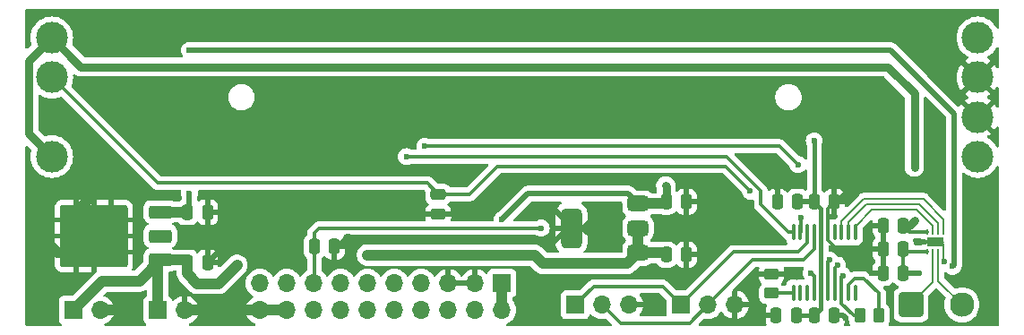
<source format=gtl>
G04 #@! TF.GenerationSoftware,KiCad,Pcbnew,8.0.4*
G04 #@! TF.CreationDate,2024-09-22T20:29:30+02:00*
G04 #@! TF.ProjectId,Fader_Single,46616465-725f-4536-996e-676c652e6b69,rev?*
G04 #@! TF.SameCoordinates,Original*
G04 #@! TF.FileFunction,Copper,L1,Top*
G04 #@! TF.FilePolarity,Positive*
%FSLAX46Y46*%
G04 Gerber Fmt 4.6, Leading zero omitted, Abs format (unit mm)*
G04 Created by KiCad (PCBNEW 8.0.4) date 2024-09-22 20:29:30*
%MOMM*%
%LPD*%
G01*
G04 APERTURE LIST*
G04 Aperture macros list*
%AMRoundRect*
0 Rectangle with rounded corners*
0 $1 Rounding radius*
0 $2 $3 $4 $5 $6 $7 $8 $9 X,Y pos of 4 corners*
0 Add a 4 corners polygon primitive as box body*
4,1,4,$2,$3,$4,$5,$6,$7,$8,$9,$2,$3,0*
0 Add four circle primitives for the rounded corners*
1,1,$1+$1,$2,$3*
1,1,$1+$1,$4,$5*
1,1,$1+$1,$6,$7*
1,1,$1+$1,$8,$9*
0 Add four rect primitives between the rounded corners*
20,1,$1+$1,$2,$3,$4,$5,0*
20,1,$1+$1,$4,$5,$6,$7,0*
20,1,$1+$1,$6,$7,$8,$9,0*
20,1,$1+$1,$8,$9,$2,$3,0*%
G04 Aperture macros list end*
G04 #@! TA.AperFunction,SMDPad,CuDef*
%ADD10RoundRect,0.100000X0.100000X-0.637500X0.100000X0.637500X-0.100000X0.637500X-0.100000X-0.637500X0*%
G04 #@! TD*
G04 #@! TA.AperFunction,SMDPad,CuDef*
%ADD11RoundRect,0.250000X0.850000X0.350000X-0.850000X0.350000X-0.850000X-0.350000X0.850000X-0.350000X0*%
G04 #@! TD*
G04 #@! TA.AperFunction,SMDPad,CuDef*
%ADD12RoundRect,0.250000X1.275000X1.125000X-1.275000X1.125000X-1.275000X-1.125000X1.275000X-1.125000X0*%
G04 #@! TD*
G04 #@! TA.AperFunction,SMDPad,CuDef*
%ADD13RoundRect,0.249997X2.950003X2.650003X-2.950003X2.650003X-2.950003X-2.650003X2.950003X-2.650003X0*%
G04 #@! TD*
G04 #@! TA.AperFunction,SMDPad,CuDef*
%ADD14RoundRect,0.375000X0.625000X0.375000X-0.625000X0.375000X-0.625000X-0.375000X0.625000X-0.375000X0*%
G04 #@! TD*
G04 #@! TA.AperFunction,SMDPad,CuDef*
%ADD15RoundRect,0.500000X0.500000X1.400000X-0.500000X1.400000X-0.500000X-1.400000X0.500000X-1.400000X0*%
G04 #@! TD*
G04 #@! TA.AperFunction,SMDPad,CuDef*
%ADD16RoundRect,0.062500X0.062500X-0.187500X0.062500X0.187500X-0.062500X0.187500X-0.062500X-0.187500X0*%
G04 #@! TD*
G04 #@! TA.AperFunction,ComponentPad*
%ADD17C,0.600000*%
G04 #@! TD*
G04 #@! TA.AperFunction,SMDPad,CuDef*
%ADD18R,1.600000X0.900000*%
G04 #@! TD*
G04 #@! TA.AperFunction,SMDPad,CuDef*
%ADD19RoundRect,0.250000X0.262500X0.450000X-0.262500X0.450000X-0.262500X-0.450000X0.262500X-0.450000X0*%
G04 #@! TD*
G04 #@! TA.AperFunction,SMDPad,CuDef*
%ADD20RoundRect,0.250000X-0.450000X0.262500X-0.450000X-0.262500X0.450000X-0.262500X0.450000X0.262500X0*%
G04 #@! TD*
G04 #@! TA.AperFunction,ComponentPad*
%ADD21RoundRect,0.250001X-0.899999X-0.899999X0.899999X-0.899999X0.899999X0.899999X-0.899999X0.899999X0*%
G04 #@! TD*
G04 #@! TA.AperFunction,ComponentPad*
%ADD22C,2.300000*%
G04 #@! TD*
G04 #@! TA.AperFunction,ComponentPad*
%ADD23R,1.700000X1.700000*%
G04 #@! TD*
G04 #@! TA.AperFunction,ComponentPad*
%ADD24O,1.700000X1.700000*%
G04 #@! TD*
G04 #@! TA.AperFunction,SMDPad,CuDef*
%ADD25RoundRect,0.250000X-0.475000X0.250000X-0.475000X-0.250000X0.475000X-0.250000X0.475000X0.250000X0*%
G04 #@! TD*
G04 #@! TA.AperFunction,SMDPad,CuDef*
%ADD26RoundRect,0.250000X-0.250000X-0.475000X0.250000X-0.475000X0.250000X0.475000X-0.250000X0.475000X0*%
G04 #@! TD*
G04 #@! TA.AperFunction,SMDPad,CuDef*
%ADD27RoundRect,0.250000X0.250000X0.475000X-0.250000X0.475000X-0.250000X-0.475000X0.250000X-0.475000X0*%
G04 #@! TD*
G04 #@! TA.AperFunction,ComponentPad*
%ADD28C,3.000000*%
G04 #@! TD*
G04 #@! TA.AperFunction,ViaPad*
%ADD29C,0.600000*%
G04 #@! TD*
G04 #@! TA.AperFunction,Conductor*
%ADD30C,0.500000*%
G04 #@! TD*
G04 #@! TA.AperFunction,Conductor*
%ADD31C,1.000000*%
G04 #@! TD*
G04 #@! TA.AperFunction,Conductor*
%ADD32C,0.200000*%
G04 #@! TD*
G04 #@! TA.AperFunction,Conductor*
%ADD33C,0.300000*%
G04 #@! TD*
G04 #@! TA.AperFunction,Conductor*
%ADD34C,0.400000*%
G04 #@! TD*
G04 #@! TA.AperFunction,Conductor*
%ADD35C,0.800000*%
G04 #@! TD*
G04 APERTURE END LIST*
D10*
X177075000Y-105362500D03*
X177725000Y-105362500D03*
X178375000Y-105362500D03*
X179025000Y-105362500D03*
X179675000Y-105362500D03*
X180325000Y-105362500D03*
X180975000Y-105362500D03*
X181625000Y-105362500D03*
X182275000Y-105362500D03*
X182925000Y-105362500D03*
X182925000Y-99637500D03*
X182275000Y-99637500D03*
X181625000Y-99637500D03*
X180975000Y-99637500D03*
X180325000Y-99637500D03*
X179675000Y-99637500D03*
X179025000Y-99637500D03*
X178375000Y-99637500D03*
X177725000Y-99637500D03*
X177075000Y-99637500D03*
D11*
X117250000Y-102280000D03*
X117250000Y-100000000D03*
X117250000Y-97720000D03*
D12*
X112625000Y-101525000D03*
X112625000Y-98475000D03*
D13*
X110950000Y-100000000D03*
D12*
X109275000Y-101525000D03*
X109275000Y-98475000D03*
D14*
X162400000Y-101550000D03*
X162400000Y-99250000D03*
X162400000Y-96950000D03*
D15*
X156100000Y-99250000D03*
D16*
X189750000Y-101500000D03*
X190250000Y-101500000D03*
X190750000Y-101500000D03*
X191250000Y-101500000D03*
X191250000Y-99600000D03*
X190750000Y-99600000D03*
X190250000Y-99600000D03*
X189750000Y-99600000D03*
D17*
X190000000Y-100550000D03*
D18*
X190500000Y-100550000D03*
D17*
X191000000Y-100550000D03*
D19*
X185162500Y-107500000D03*
X183337500Y-107500000D03*
D20*
X175000000Y-103587500D03*
X175000000Y-105412500D03*
D21*
X188200000Y-106500000D03*
D22*
X193000000Y-106500000D03*
D23*
X149530000Y-104460000D03*
D24*
X149530000Y-107000000D03*
X146990000Y-104460000D03*
X146990000Y-107000000D03*
X144450000Y-104460000D03*
X144450000Y-107000000D03*
X141910000Y-104460000D03*
X141910000Y-107000000D03*
X139370000Y-104460000D03*
X139370000Y-107000000D03*
X136830000Y-104460000D03*
X136830000Y-107000000D03*
X134290000Y-104460000D03*
X134290000Y-107000000D03*
X131750000Y-104460000D03*
X131750000Y-107000000D03*
X129210000Y-104460000D03*
X129210000Y-107000000D03*
X126670000Y-104460000D03*
X126670000Y-107000000D03*
D23*
X156445000Y-106500000D03*
D24*
X158985000Y-106500000D03*
X161525000Y-106500000D03*
D23*
X166460000Y-106500000D03*
D24*
X169000000Y-106500000D03*
X171540000Y-106500000D03*
D23*
X117000000Y-107000000D03*
D24*
X119540000Y-107000000D03*
D23*
X109000000Y-107000000D03*
D24*
X111540000Y-107000000D03*
D25*
X143500000Y-96050000D03*
X143500000Y-97950000D03*
D26*
X119800000Y-97750000D03*
X121700000Y-97750000D03*
X119800000Y-102500000D03*
X121700000Y-102500000D03*
D27*
X187450000Y-103500000D03*
X185550000Y-103500000D03*
X187450000Y-101250000D03*
X185550000Y-101250000D03*
X187450000Y-99000000D03*
X185550000Y-99000000D03*
D26*
X131800000Y-101000000D03*
X133700000Y-101000000D03*
D27*
X177350000Y-107500000D03*
X175450000Y-107500000D03*
D26*
X179050000Y-107500000D03*
X180950000Y-107500000D03*
X179050000Y-96750000D03*
X180950000Y-96750000D03*
X165050000Y-96750000D03*
X166950000Y-96750000D03*
X165050000Y-101750000D03*
X166950000Y-101750000D03*
D28*
X107000000Y-85000000D03*
X107000000Y-92500000D03*
X107000000Y-81250000D03*
X194500000Y-92500000D03*
X194500000Y-81250000D03*
X194500000Y-88750000D03*
X194500000Y-85000000D03*
D27*
X177450000Y-96750000D03*
X175550000Y-96750000D03*
D29*
X124200000Y-105600000D03*
X192000000Y-86200000D03*
X190800000Y-96000000D03*
X191350000Y-102400000D03*
X182400000Y-101600000D03*
X177200000Y-103600000D03*
X140500000Y-97000000D03*
X153000000Y-107000000D03*
X196000000Y-107000000D03*
X194000000Y-97000000D03*
X186000000Y-92000000D03*
X183000000Y-88000000D03*
X170000000Y-88000000D03*
X151000000Y-88000000D03*
X131000000Y-88000000D03*
X111000000Y-93000000D03*
X115000000Y-87000000D03*
X189000000Y-80000000D03*
X173000000Y-80000000D03*
X151000000Y-80000000D03*
X132000000Y-80000000D03*
X112000000Y-80000000D03*
X122000000Y-96250000D03*
X123000000Y-101250000D03*
X145000000Y-97950000D03*
X135000000Y-100000000D03*
X175250000Y-95250000D03*
X182250000Y-95750000D03*
X184500000Y-103500000D03*
X184500000Y-101250000D03*
X184500000Y-99000000D03*
X182000000Y-107750000D03*
X173500000Y-103750000D03*
X174250000Y-107500000D03*
X173500000Y-106750000D03*
X164000000Y-106500000D03*
X159000000Y-101000000D03*
X159250000Y-97250000D03*
X154000000Y-101000000D03*
X154000000Y-97000000D03*
X149530000Y-98470000D03*
X124000000Y-107000000D03*
X122000000Y-107000000D03*
X114000000Y-107000000D03*
X106000000Y-100000000D03*
X111000000Y-96000000D03*
X120000000Y-82450003D03*
X188500000Y-93500000D03*
X188500000Y-98500000D03*
X165000000Y-95250000D03*
X165000000Y-84000000D03*
X179000000Y-84000000D03*
X179050000Y-91000000D03*
X189000000Y-103500000D03*
X120000000Y-96000000D03*
X192125000Y-102875000D03*
X124500000Y-102750000D03*
X136800000Y-101800000D03*
X177500000Y-93250000D03*
X177750000Y-98250000D03*
X142250000Y-91500000D03*
X140500000Y-92500000D03*
X178750000Y-103500000D03*
X153250000Y-99250000D03*
X173000000Y-95750000D03*
X181750000Y-103750000D03*
X180500000Y-102250000D03*
X181250000Y-102750000D03*
X190200000Y-89000000D03*
D30*
X126670000Y-107000000D02*
X125600000Y-107000000D01*
X125600000Y-107000000D02*
X124200000Y-105600000D01*
D31*
X129210000Y-107000000D02*
X126670000Y-107000000D01*
D30*
X120000000Y-82450003D02*
X186250003Y-82450003D01*
X186250003Y-82450003D02*
X192250000Y-88450000D01*
X192250000Y-88450000D02*
X192250000Y-102750000D01*
X192250000Y-102750000D02*
X192125000Y-102875000D01*
D32*
X191250000Y-102300000D02*
X191350000Y-102400000D01*
X191250000Y-101500000D02*
X191250000Y-102300000D01*
X191250000Y-101500000D02*
X191250000Y-100800000D01*
X191250000Y-100800000D02*
X191000000Y-100550000D01*
D33*
X180325000Y-99637500D02*
X180325000Y-97375000D01*
X180325000Y-97375000D02*
X180950000Y-96750000D01*
X180325000Y-99637500D02*
X180325000Y-100374999D01*
X181550001Y-101600000D02*
X182400000Y-101600000D01*
X180325000Y-100374999D02*
X181550001Y-101600000D01*
D31*
X136800000Y-101800000D02*
X152600000Y-101800000D01*
X152600000Y-101800000D02*
X153400000Y-102600000D01*
X153400000Y-102600000D02*
X161350000Y-102600000D01*
X161350000Y-102600000D02*
X162400000Y-101550000D01*
D33*
X177075000Y-99637500D02*
X176607044Y-99637500D01*
X176607044Y-99637500D02*
X174000000Y-97030456D01*
X174000000Y-97030456D02*
X174000000Y-95750000D01*
X174000000Y-95750000D02*
X170750000Y-92500000D01*
X170750000Y-92500000D02*
X140500000Y-92500000D01*
X143500000Y-96050000D02*
X146450000Y-96050000D01*
X146450000Y-96050000D02*
X149100000Y-93400000D01*
X149100000Y-93400000D02*
X170650000Y-93400000D01*
X170650000Y-93400000D02*
X173000000Y-95750000D01*
D30*
X121700000Y-96550000D02*
X122000000Y-96250000D01*
X121700000Y-97750000D02*
X121700000Y-96550000D01*
X121750000Y-102500000D02*
X123000000Y-101250000D01*
X121700000Y-102500000D02*
X121750000Y-102500000D01*
X135000000Y-100000000D02*
X134000000Y-101000000D01*
X134000000Y-101000000D02*
X133700000Y-101000000D01*
X145000000Y-97950000D02*
X143500000Y-97950000D01*
X175550000Y-95550000D02*
X175250000Y-95250000D01*
X175550000Y-96750000D02*
X175550000Y-95550000D01*
X181250000Y-96750000D02*
X182250000Y-95750000D01*
X180950000Y-96750000D02*
X181250000Y-96750000D01*
X185550000Y-103500000D02*
X184500000Y-103500000D01*
X185550000Y-101250000D02*
X184500000Y-101250000D01*
X185550000Y-99000000D02*
X184500000Y-99000000D01*
X185550000Y-103500000D02*
X185550000Y-99000000D01*
X181750000Y-107500000D02*
X182000000Y-107750000D01*
X180950000Y-107500000D02*
X181750000Y-107500000D01*
X173662500Y-103587500D02*
X173500000Y-103750000D01*
X175000000Y-103587500D02*
X173662500Y-103587500D01*
X175550000Y-107500000D02*
X174250000Y-107500000D01*
X173250000Y-106500000D02*
X173500000Y-106750000D01*
X171540000Y-106500000D02*
X173250000Y-106500000D01*
X161525000Y-106500000D02*
X164000000Y-106500000D01*
X157250000Y-99250000D02*
X159000000Y-101000000D01*
X157250000Y-99250000D02*
X159250000Y-97250000D01*
X156100000Y-99250000D02*
X157250000Y-99250000D01*
X155750000Y-99250000D02*
X154000000Y-101000000D01*
X156100000Y-99250000D02*
X155750000Y-99250000D01*
X156100000Y-99100000D02*
X154000000Y-97000000D01*
X156100000Y-99250000D02*
X156100000Y-99100000D01*
X149530000Y-98470000D02*
X152000000Y-96000000D01*
X152000000Y-96000000D02*
X161450000Y-96000000D01*
X161450000Y-96000000D02*
X162400000Y-96950000D01*
D31*
X149530000Y-107000000D02*
X149530000Y-104460000D01*
X126670000Y-107000000D02*
X124000000Y-107000000D01*
X119540000Y-107000000D02*
X122000000Y-107000000D01*
X111540000Y-107000000D02*
X114000000Y-107000000D01*
X107525000Y-101525000D02*
X106000000Y-100000000D01*
X109275000Y-101525000D02*
X107525000Y-101525000D01*
X109275000Y-97725000D02*
X111000000Y-96000000D01*
X109275000Y-98475000D02*
X109275000Y-97725000D01*
X109000000Y-107000000D02*
X111750000Y-104250000D01*
X111750000Y-104250000D02*
X115280000Y-104250000D01*
X115280000Y-104250000D02*
X117250000Y-102280000D01*
X117000000Y-107000000D02*
X117000000Y-102530000D01*
X117000000Y-102530000D02*
X117250000Y-102280000D01*
D34*
X179050000Y-91000000D02*
X179050000Y-96750000D01*
D35*
X188500000Y-93500000D02*
X188500000Y-86500000D01*
X186000000Y-84000000D02*
X179000000Y-84000000D01*
X188500000Y-86500000D02*
X186000000Y-84000000D01*
D34*
X179674999Y-104094238D02*
X179675000Y-104094237D01*
X179675000Y-104094237D02*
X179675000Y-99637500D01*
X179675000Y-104094239D02*
X179674999Y-104094238D01*
X179675000Y-105362500D02*
X179675000Y-104094239D01*
D35*
X188000000Y-99000000D02*
X188500000Y-98500000D01*
X187450000Y-99000000D02*
X188000000Y-99000000D01*
X165050000Y-95300000D02*
X165000000Y-95250000D01*
X165050000Y-96750000D02*
X165050000Y-95300000D01*
X179000000Y-84000000D02*
X165000000Y-84000000D01*
X165000000Y-84000000D02*
X109750000Y-84000000D01*
X107000000Y-92500000D02*
X104800000Y-90300000D01*
X104800000Y-90300000D02*
X104800000Y-83450000D01*
X104800000Y-83450000D02*
X107000000Y-81250000D01*
X109750000Y-84000000D02*
X107000000Y-81250000D01*
D30*
X120000000Y-96000000D02*
X120000000Y-97550000D01*
X120000000Y-97550000D02*
X119800000Y-97750000D01*
D33*
X107000000Y-85000000D02*
X117000000Y-95000000D01*
X117000000Y-95000000D02*
X142450000Y-95000000D01*
X142450000Y-95000000D02*
X143500000Y-96050000D01*
D30*
X187450000Y-103500000D02*
X189000000Y-103500000D01*
D33*
X177075000Y-105362500D02*
X175050000Y-105362500D01*
X175050000Y-105362500D02*
X175000000Y-105412500D01*
D31*
X162400000Y-101550000D02*
X164850000Y-101550000D01*
X164850000Y-101550000D02*
X165050000Y-101750000D01*
X162400000Y-96950000D02*
X164850000Y-96950000D01*
X164850000Y-96950000D02*
X165050000Y-96750000D01*
X124500000Y-102750000D02*
X122750000Y-104500000D01*
X122750000Y-104500000D02*
X120750000Y-104500000D01*
X120750000Y-104500000D02*
X119800000Y-103550000D01*
X119800000Y-103550000D02*
X119800000Y-102500000D01*
X162400000Y-101550000D02*
X162400000Y-99250000D01*
X117250000Y-97720000D02*
X119770000Y-97720000D01*
X119770000Y-97720000D02*
X119800000Y-97750000D01*
X117250000Y-102280000D02*
X119580000Y-102280000D01*
X119580000Y-102280000D02*
X119800000Y-102500000D01*
D33*
X189750000Y-99600000D02*
X188050000Y-99600000D01*
X188050000Y-99600000D02*
X187450000Y-99000000D01*
X187450000Y-101250000D02*
X187450000Y-103500000D01*
X189750000Y-101500000D02*
X187700000Y-101500000D01*
X187700000Y-101500000D02*
X187450000Y-101250000D01*
D34*
X179675000Y-105362500D02*
X179675000Y-106875000D01*
X179675000Y-106875000D02*
X179050000Y-107500000D01*
X177450000Y-107500000D02*
X179050000Y-107500000D01*
X179675000Y-99637500D02*
X179675000Y-97375000D01*
X179675000Y-97375000D02*
X179050000Y-96750000D01*
D30*
X177450000Y-96750000D02*
X179050000Y-96750000D01*
D33*
X175750000Y-91500000D02*
X177500000Y-93250000D01*
X142250000Y-91500000D02*
X175750000Y-91500000D01*
X177750000Y-98250000D02*
X177750000Y-99612500D01*
X177750000Y-99612500D02*
X177725000Y-99637500D01*
X132250000Y-99250000D02*
X131800000Y-99700000D01*
X153250000Y-99250000D02*
X132250000Y-99250000D01*
X131800000Y-99700000D02*
X131800000Y-101000000D01*
X131800000Y-101000000D02*
X131800000Y-104410000D01*
X131800000Y-104410000D02*
X131750000Y-104460000D01*
X179025000Y-103775000D02*
X178750000Y-103500000D01*
X179025000Y-105362500D02*
X179025000Y-103775000D01*
X185162500Y-107500000D02*
X185162500Y-105412500D01*
X185162500Y-105412500D02*
X183750000Y-104000000D01*
X182275000Y-104625001D02*
X182275000Y-105362500D01*
X183750000Y-104000000D02*
X182900001Y-104000000D01*
X182900001Y-104000000D02*
X182275000Y-104625001D01*
X183337500Y-107500000D02*
X182750000Y-107500000D01*
X182750000Y-107500000D02*
X181625000Y-106375000D01*
X181625000Y-106375000D02*
X181625000Y-105362500D01*
X181625000Y-103875000D02*
X181625000Y-105362500D01*
X181750000Y-103750000D02*
X181625000Y-103875000D01*
X180325000Y-102425000D02*
X180500000Y-102250000D01*
X180325000Y-105362500D02*
X180325000Y-102425000D01*
X180975000Y-103025000D02*
X181250000Y-102750000D01*
X180975000Y-105362500D02*
X180975000Y-103025000D01*
D32*
X190250000Y-99600000D02*
X190250000Y-99000000D01*
X190250000Y-99000000D02*
X188750000Y-97500000D01*
X188750000Y-97500000D02*
X184500000Y-97500000D01*
X184500000Y-97500000D02*
X182925000Y-99075000D01*
X182925000Y-99075000D02*
X182925000Y-99637500D01*
X190750000Y-99600000D02*
X190750000Y-98750000D01*
X190750000Y-98750000D02*
X189000000Y-97000000D01*
X182275000Y-98725000D02*
X182275000Y-99637500D01*
X189000000Y-97000000D02*
X184000000Y-97000000D01*
X184000000Y-97000000D02*
X182275000Y-98725000D01*
X191250000Y-99600000D02*
X191250000Y-98396403D01*
X191250000Y-98396403D02*
X189353597Y-96500000D01*
X189353597Y-96500000D02*
X183750000Y-96500000D01*
X183750000Y-96500000D02*
X181625000Y-98625000D01*
X181625000Y-98625000D02*
X181625000Y-99637500D01*
D33*
X166460000Y-106500000D02*
X164710000Y-104750000D01*
X164710000Y-104750000D02*
X158195000Y-104750000D01*
X158195000Y-104750000D02*
X156445000Y-106500000D01*
X169000000Y-106500000D02*
X167250000Y-108250000D01*
X160735000Y-108250000D02*
X158985000Y-106500000D01*
X167250000Y-108250000D02*
X160735000Y-108250000D01*
X171460000Y-101500000D02*
X177500000Y-101500000D01*
X166460000Y-106500000D02*
X171460000Y-101500000D01*
X177500000Y-101500000D02*
X178375000Y-100625000D01*
X178375000Y-100625000D02*
X178375000Y-99637500D01*
X173250000Y-102250000D02*
X178000000Y-102250000D01*
X179025000Y-101225000D02*
X179025000Y-99637500D01*
X169000000Y-106500000D02*
X173250000Y-102250000D01*
X178000000Y-102250000D02*
X179025000Y-101225000D01*
D32*
X193000000Y-106500000D02*
X190750000Y-104250000D01*
X190750000Y-104250000D02*
X190750000Y-101500000D01*
X190250000Y-101500000D02*
X190250000Y-104350000D01*
X190250000Y-104350000D02*
X188200000Y-106400000D01*
X188200000Y-106400000D02*
X188200000Y-106500000D01*
G04 #@! TA.AperFunction,Conductor*
G36*
X105898810Y-86674594D02*
G01*
X105915120Y-86686803D01*
X105915685Y-86687226D01*
X105915690Y-86687229D01*
X106166833Y-86824364D01*
X106166832Y-86824364D01*
X106166836Y-86824365D01*
X106166839Y-86824367D01*
X106434954Y-86924369D01*
X106434960Y-86924370D01*
X106434962Y-86924371D01*
X106714566Y-86985195D01*
X106714568Y-86985195D01*
X106714572Y-86985196D01*
X106968220Y-87003337D01*
X106999999Y-87005610D01*
X107000000Y-87005610D01*
X107000001Y-87005610D01*
X107028595Y-87003564D01*
X107285428Y-86985196D01*
X107291699Y-86983832D01*
X107565037Y-86924371D01*
X107565037Y-86924370D01*
X107565046Y-86924369D01*
X107810398Y-86832856D01*
X107880089Y-86827873D01*
X107941412Y-86861358D01*
X116585325Y-95505272D01*
X116585332Y-95505278D01*
X116691863Y-95576459D01*
X116691865Y-95576460D01*
X116691874Y-95576466D01*
X116724998Y-95590186D01*
X116810256Y-95625501D01*
X116810260Y-95625501D01*
X116810261Y-95625502D01*
X116935928Y-95650500D01*
X116935931Y-95650500D01*
X119099441Y-95650500D01*
X119166480Y-95670185D01*
X119212235Y-95722989D01*
X119222179Y-95792147D01*
X119216483Y-95815454D01*
X119214632Y-95820742D01*
X119214630Y-95820750D01*
X119194435Y-95999996D01*
X119194435Y-96000003D01*
X119214630Y-96179249D01*
X119214631Y-96179254D01*
X119242542Y-96259017D01*
X119249500Y-96299972D01*
X119249500Y-96509362D01*
X119229815Y-96576401D01*
X119190598Y-96614899D01*
X119122288Y-96657033D01*
X119081342Y-96682289D01*
X119080451Y-96683181D01*
X119079687Y-96683597D01*
X119075681Y-96686766D01*
X119075139Y-96686081D01*
X119019128Y-96716666D01*
X118992770Y-96719500D01*
X118510132Y-96719500D01*
X118445036Y-96701039D01*
X118419334Y-96685186D01*
X118252797Y-96630001D01*
X118252795Y-96630000D01*
X118150010Y-96619500D01*
X116349998Y-96619500D01*
X116349981Y-96619501D01*
X116247203Y-96630000D01*
X116247200Y-96630001D01*
X116080668Y-96685185D01*
X116080663Y-96685187D01*
X115931342Y-96777289D01*
X115807289Y-96901342D01*
X115715187Y-97050663D01*
X115715185Y-97050668D01*
X115700652Y-97094526D01*
X115660001Y-97217203D01*
X115660001Y-97217204D01*
X115660000Y-97217204D01*
X115649500Y-97319983D01*
X115649500Y-98120001D01*
X115649501Y-98120019D01*
X115660000Y-98222796D01*
X115660001Y-98222799D01*
X115682518Y-98290750D01*
X115715186Y-98389334D01*
X115807288Y-98538656D01*
X115931344Y-98662712D01*
X116080094Y-98754461D01*
X116126818Y-98806409D01*
X116138041Y-98875372D01*
X116110197Y-98939454D01*
X116080094Y-98965538D01*
X116063946Y-98975499D01*
X115931342Y-99057289D01*
X115807289Y-99181342D01*
X115715187Y-99330663D01*
X115715186Y-99330666D01*
X115660001Y-99497203D01*
X115660001Y-99497204D01*
X115660000Y-99497204D01*
X115649500Y-99599983D01*
X115649500Y-100400001D01*
X115649501Y-100400019D01*
X115660000Y-100502796D01*
X115660001Y-100502799D01*
X115715185Y-100669331D01*
X115715187Y-100669336D01*
X115736125Y-100703282D01*
X115807288Y-100818656D01*
X115931344Y-100942712D01*
X116080092Y-101034460D01*
X116080094Y-101034461D01*
X116126818Y-101086409D01*
X116138041Y-101155372D01*
X116110197Y-101219454D01*
X116080094Y-101245539D01*
X115931342Y-101337289D01*
X115807289Y-101461342D01*
X115715187Y-101610663D01*
X115715185Y-101610668D01*
X115701669Y-101651457D01*
X115660001Y-101777203D01*
X115660001Y-101777204D01*
X115660000Y-101777204D01*
X115649500Y-101879983D01*
X115649500Y-102414216D01*
X115629815Y-102481255D01*
X115613181Y-102501897D01*
X115428451Y-102686628D01*
X115072933Y-103042147D01*
X114901899Y-103213181D01*
X114840576Y-103246666D01*
X114814218Y-103249500D01*
X114633595Y-103249500D01*
X114566556Y-103229815D01*
X114520801Y-103177011D01*
X114510857Y-103107853D01*
X114528057Y-103060403D01*
X114584354Y-102969131D01*
X114584359Y-102969120D01*
X114639505Y-102802698D01*
X114649999Y-102699988D01*
X114650000Y-102699975D01*
X114650000Y-101775000D01*
X111200000Y-101775000D01*
X111200000Y-103347927D01*
X111180315Y-103414966D01*
X111144892Y-103451028D01*
X111128398Y-103462048D01*
X111128399Y-103462049D01*
X111112216Y-103472862D01*
X108971897Y-105613181D01*
X108910574Y-105646666D01*
X108884216Y-105649500D01*
X108102129Y-105649500D01*
X108102123Y-105649501D01*
X108042516Y-105655908D01*
X107907671Y-105706202D01*
X107907664Y-105706206D01*
X107792455Y-105792452D01*
X107792452Y-105792455D01*
X107706206Y-105907664D01*
X107706202Y-105907671D01*
X107655908Y-106042517D01*
X107649501Y-106102116D01*
X107649500Y-106102135D01*
X107649500Y-107897870D01*
X107649501Y-107897876D01*
X107655908Y-107957483D01*
X107706202Y-108092328D01*
X107706206Y-108092335D01*
X107792452Y-108207544D01*
X107792455Y-108207547D01*
X107884208Y-108276234D01*
X107926079Y-108332168D01*
X107931063Y-108401859D01*
X107897577Y-108463182D01*
X107836254Y-108496666D01*
X107809897Y-108499500D01*
X104624500Y-108499500D01*
X104557461Y-108479815D01*
X104511706Y-108427011D01*
X104500500Y-108375500D01*
X104500500Y-102699988D01*
X107250001Y-102699988D01*
X107260494Y-102802699D01*
X107315640Y-102969120D01*
X107315642Y-102969125D01*
X107407683Y-103118346D01*
X107531653Y-103242316D01*
X107680874Y-103334357D01*
X107680879Y-103334359D01*
X107847302Y-103389506D01*
X107847300Y-103389506D01*
X107906134Y-103395516D01*
X107917124Y-103400000D01*
X107943701Y-103400000D01*
X107956304Y-103400642D01*
X107963461Y-103401373D01*
X107971419Y-103400000D01*
X108001375Y-103400000D01*
X108001384Y-103399999D01*
X109025000Y-103399999D01*
X109525000Y-103399999D01*
X110700000Y-103399999D01*
X110700000Y-101775000D01*
X109525000Y-101775000D01*
X109525000Y-103399999D01*
X109025000Y-103399999D01*
X109025000Y-101775000D01*
X107250001Y-101775000D01*
X107250001Y-102699988D01*
X104500500Y-102699988D01*
X104500500Y-101274999D01*
X107250000Y-101274999D01*
X107250002Y-101275000D01*
X109025000Y-101275000D01*
X109525000Y-101275000D01*
X110700000Y-101275000D01*
X111200000Y-101275000D01*
X112375000Y-101275000D01*
X112875000Y-101275000D01*
X114649999Y-101275000D01*
X114649999Y-100250000D01*
X112875000Y-100250000D01*
X112875000Y-101275000D01*
X112375000Y-101275000D01*
X112375000Y-100250000D01*
X111200000Y-100250000D01*
X111200000Y-101275000D01*
X110700000Y-101275000D01*
X110700000Y-100250000D01*
X109525000Y-100250000D01*
X109525000Y-101275000D01*
X109025000Y-101275000D01*
X109025000Y-100250000D01*
X107250000Y-100250000D01*
X107250000Y-101274999D01*
X104500500Y-101274999D01*
X104500500Y-99750000D01*
X107250000Y-99750000D01*
X109025000Y-99750000D01*
X109525000Y-99750000D01*
X110700000Y-99750000D01*
X111200000Y-99750000D01*
X112375000Y-99750000D01*
X112875000Y-99750000D01*
X114649999Y-99750000D01*
X114649999Y-99656113D01*
X114650000Y-99656092D01*
X114650000Y-98725000D01*
X112875000Y-98725000D01*
X112875000Y-99750000D01*
X112375000Y-99750000D01*
X112375000Y-98725000D01*
X111200000Y-98725000D01*
X111200000Y-99750000D01*
X110700000Y-99750000D01*
X110700000Y-98725000D01*
X109525000Y-98725000D01*
X109525000Y-99750000D01*
X109025000Y-99750000D01*
X109025000Y-98725000D01*
X107250000Y-98725000D01*
X107250000Y-99750000D01*
X104500500Y-99750000D01*
X104500500Y-97300011D01*
X107250000Y-97300011D01*
X107250000Y-98225000D01*
X109025000Y-98225000D01*
X109525000Y-98225000D01*
X110700000Y-98225000D01*
X111200000Y-98225000D01*
X112375000Y-98225000D01*
X112875000Y-98225000D01*
X114649999Y-98225000D01*
X114649999Y-97300028D01*
X114649998Y-97300010D01*
X114642338Y-97225022D01*
X114639506Y-97197301D01*
X114584359Y-97030879D01*
X114584357Y-97030874D01*
X114492316Y-96881653D01*
X114368346Y-96757683D01*
X114219125Y-96665642D01*
X114219120Y-96665640D01*
X114052698Y-96610494D01*
X113949988Y-96600000D01*
X112875000Y-96600000D01*
X112875000Y-98225000D01*
X112375000Y-98225000D01*
X112375000Y-96600000D01*
X111200000Y-96600000D01*
X111200000Y-98225000D01*
X110700000Y-98225000D01*
X110700000Y-96600000D01*
X109525000Y-96600000D01*
X109525000Y-98225000D01*
X109025000Y-98225000D01*
X109025000Y-96600000D01*
X107949197Y-96600000D01*
X107946364Y-96600374D01*
X107847300Y-96610494D01*
X107680879Y-96665640D01*
X107680874Y-96665642D01*
X107531653Y-96757683D01*
X107407683Y-96881653D01*
X107315642Y-97030874D01*
X107315640Y-97030879D01*
X107260494Y-97197301D01*
X107250000Y-97300011D01*
X104500500Y-97300011D01*
X104500500Y-91573362D01*
X104520185Y-91506323D01*
X104572989Y-91460568D01*
X104642147Y-91450624D01*
X104705703Y-91479649D01*
X104712181Y-91485681D01*
X105043087Y-91816587D01*
X105076572Y-91877910D01*
X105079406Y-91904268D01*
X105079406Y-91904269D01*
X105076572Y-91930627D01*
X105014804Y-92214566D01*
X104994390Y-92499998D01*
X104994390Y-92500001D01*
X105014804Y-92785433D01*
X105075628Y-93065037D01*
X105075630Y-93065043D01*
X105075631Y-93065046D01*
X105160336Y-93292147D01*
X105175635Y-93333166D01*
X105312770Y-93584309D01*
X105312775Y-93584317D01*
X105484254Y-93813387D01*
X105484270Y-93813405D01*
X105686594Y-94015729D01*
X105686612Y-94015745D01*
X105915682Y-94187224D01*
X105915690Y-94187229D01*
X106166833Y-94324364D01*
X106166832Y-94324364D01*
X106166836Y-94324365D01*
X106166839Y-94324367D01*
X106434954Y-94424369D01*
X106434960Y-94424370D01*
X106434962Y-94424371D01*
X106714566Y-94485195D01*
X106714568Y-94485195D01*
X106714572Y-94485196D01*
X106968220Y-94503337D01*
X106999999Y-94505610D01*
X107000000Y-94505610D01*
X107000001Y-94505610D01*
X107028595Y-94503564D01*
X107285428Y-94485196D01*
X107438093Y-94451986D01*
X107565037Y-94424371D01*
X107565037Y-94424370D01*
X107565046Y-94424369D01*
X107833161Y-94324367D01*
X108084315Y-94187226D01*
X108313395Y-94015739D01*
X108515739Y-93813395D01*
X108687226Y-93584315D01*
X108824367Y-93333161D01*
X108924369Y-93065046D01*
X108938027Y-93002262D01*
X108985195Y-92785433D01*
X108985195Y-92785432D01*
X108985196Y-92785428D01*
X109005610Y-92500000D01*
X109003080Y-92464632D01*
X108992790Y-92320750D01*
X108985196Y-92214572D01*
X108976638Y-92175233D01*
X108924371Y-91934962D01*
X108924370Y-91934960D01*
X108924369Y-91934954D01*
X108824367Y-91666839D01*
X108773324Y-91573362D01*
X108687229Y-91415690D01*
X108687224Y-91415682D01*
X108515745Y-91186612D01*
X108515729Y-91186594D01*
X108313405Y-90984270D01*
X108313387Y-90984254D01*
X108084317Y-90812775D01*
X108084309Y-90812770D01*
X107833166Y-90675635D01*
X107833167Y-90675635D01*
X107672928Y-90615869D01*
X107565046Y-90575631D01*
X107565043Y-90575630D01*
X107565037Y-90575628D01*
X107285433Y-90514804D01*
X107000001Y-90494390D01*
X106999999Y-90494390D01*
X106714566Y-90514804D01*
X106430627Y-90576572D01*
X106404269Y-90579406D01*
X106404268Y-90579406D01*
X106337229Y-90559721D01*
X106316587Y-90543087D01*
X105736819Y-89963319D01*
X105703334Y-89901996D01*
X105700500Y-89875638D01*
X105700500Y-86773860D01*
X105720185Y-86706821D01*
X105772989Y-86661066D01*
X105842147Y-86651122D01*
X105898810Y-86674594D01*
G37*
G04 #@! TD.AperFunction*
G04 #@! TA.AperFunction,Conductor*
G36*
X115940666Y-105099028D02*
G01*
X115987357Y-105151007D01*
X115999500Y-105204524D01*
X115999500Y-105585858D01*
X115979815Y-105652897D01*
X115927011Y-105698652D01*
X115918847Y-105702034D01*
X115907669Y-105706204D01*
X115907664Y-105706206D01*
X115792455Y-105792452D01*
X115792452Y-105792455D01*
X115706206Y-105907664D01*
X115706202Y-105907671D01*
X115655908Y-106042517D01*
X115649501Y-106102116D01*
X115649500Y-106102135D01*
X115649500Y-107897870D01*
X115649501Y-107897876D01*
X115655908Y-107957483D01*
X115706202Y-108092328D01*
X115706206Y-108092335D01*
X115792452Y-108207544D01*
X115792455Y-108207547D01*
X115884208Y-108276234D01*
X115926079Y-108332168D01*
X115931063Y-108401859D01*
X115897577Y-108463182D01*
X115836254Y-108496666D01*
X115809897Y-108499500D01*
X112078012Y-108499500D01*
X112010973Y-108479815D01*
X111965218Y-108427011D01*
X111955274Y-108357853D01*
X111984299Y-108294297D01*
X112025607Y-108263118D01*
X112217578Y-108173600D01*
X112411082Y-108038105D01*
X112578105Y-107871082D01*
X112713600Y-107677578D01*
X112813429Y-107463492D01*
X112813432Y-107463486D01*
X112870636Y-107250000D01*
X111973012Y-107250000D01*
X112005925Y-107192993D01*
X112040000Y-107065826D01*
X112040000Y-106934174D01*
X112005925Y-106807007D01*
X111973012Y-106750000D01*
X112870636Y-106750000D01*
X112870635Y-106749999D01*
X112813432Y-106536513D01*
X112813429Y-106536507D01*
X112713600Y-106322422D01*
X112713599Y-106322420D01*
X112578113Y-106128926D01*
X112578108Y-106128920D01*
X112411082Y-105961894D01*
X112217578Y-105826399D01*
X112003492Y-105726570D01*
X112003488Y-105726568D01*
X111962402Y-105715559D01*
X111902742Y-105679193D01*
X111872214Y-105616346D01*
X111880509Y-105546970D01*
X111906810Y-105508110D01*
X112128104Y-105286816D01*
X112189425Y-105253334D01*
X112215783Y-105250500D01*
X115378543Y-105250500D01*
X115471525Y-105232004D01*
X115518018Y-105222756D01*
X115571836Y-105212051D01*
X115625165Y-105189961D01*
X115753914Y-105136632D01*
X115806610Y-105101421D01*
X115873286Y-105080544D01*
X115940666Y-105099028D01*
G37*
G04 #@! TD.AperFunction*
G04 #@! TA.AperFunction,Conductor*
G36*
X170396231Y-94070185D02*
G01*
X170416873Y-94086819D01*
X172178277Y-95848223D01*
X172211762Y-95909546D01*
X172213815Y-95922012D01*
X172214630Y-95929246D01*
X172214632Y-95929255D01*
X172274210Y-96099521D01*
X172353048Y-96224991D01*
X172370184Y-96252262D01*
X172497738Y-96379816D01*
X172588080Y-96436582D01*
X172613889Y-96452799D01*
X172650478Y-96475789D01*
X172746424Y-96509362D01*
X172820745Y-96535368D01*
X172820750Y-96535369D01*
X172999996Y-96555565D01*
X173000000Y-96555565D01*
X173000004Y-96555565D01*
X173178137Y-96535494D01*
X173179255Y-96535368D01*
X173184542Y-96533517D01*
X173254316Y-96529952D01*
X173314945Y-96564676D01*
X173347177Y-96626667D01*
X173349500Y-96650557D01*
X173349500Y-97094526D01*
X173352117Y-97107681D01*
X173362573Y-97160247D01*
X173364647Y-97170670D01*
X173364647Y-97170672D01*
X173374497Y-97220192D01*
X173374499Y-97220200D01*
X173415830Y-97319983D01*
X173423535Y-97338583D01*
X173451797Y-97380880D01*
X173494726Y-97445129D01*
X176192370Y-100142773D01*
X176192373Y-100142775D01*
X176192375Y-100142777D01*
X176293478Y-100210331D01*
X176298909Y-100213960D01*
X176298911Y-100213961D01*
X176298917Y-100213965D01*
X176298923Y-100213967D01*
X176304285Y-100216833D01*
X176303713Y-100217902D01*
X176353135Y-100257721D01*
X176374225Y-100312267D01*
X176389954Y-100431754D01*
X176389956Y-100431762D01*
X176450464Y-100577842D01*
X176505844Y-100650014D01*
X176531038Y-100715183D01*
X176517000Y-100783628D01*
X176468186Y-100833617D01*
X176407468Y-100849500D01*
X171395929Y-100849500D01*
X171270261Y-100874497D01*
X171270255Y-100874499D01*
X171151874Y-100923534D01*
X171045326Y-100994726D01*
X171045325Y-100994727D01*
X166926872Y-105113181D01*
X166865549Y-105146666D01*
X166839191Y-105149500D01*
X166080808Y-105149500D01*
X166013769Y-105129815D01*
X165993127Y-105113181D01*
X165124674Y-104244727D01*
X165124673Y-104244726D01*
X165124669Y-104244723D01*
X165018127Y-104173535D01*
X164968534Y-104152993D01*
X164899744Y-104124499D01*
X164899738Y-104124497D01*
X164774071Y-104099500D01*
X164774069Y-104099500D01*
X158130931Y-104099500D01*
X158130929Y-104099500D01*
X158005261Y-104124497D01*
X158005255Y-104124499D01*
X157899837Y-104168165D01*
X157899836Y-104168165D01*
X157886876Y-104173532D01*
X157780326Y-104244726D01*
X156911871Y-105113181D01*
X156850548Y-105146666D01*
X156824190Y-105149500D01*
X155547129Y-105149500D01*
X155547123Y-105149501D01*
X155487516Y-105155908D01*
X155352671Y-105206202D01*
X155352664Y-105206206D01*
X155237455Y-105292452D01*
X155237452Y-105292455D01*
X155151206Y-105407664D01*
X155151202Y-105407671D01*
X155100908Y-105542517D01*
X155094501Y-105602116D01*
X155094500Y-105602135D01*
X155094500Y-107397870D01*
X155094501Y-107397876D01*
X155100908Y-107457483D01*
X155151202Y-107592328D01*
X155151206Y-107592335D01*
X155237452Y-107707544D01*
X155237455Y-107707547D01*
X155352664Y-107793793D01*
X155352671Y-107793797D01*
X155487517Y-107844091D01*
X155487516Y-107844091D01*
X155494444Y-107844835D01*
X155547127Y-107850500D01*
X157342872Y-107850499D01*
X157402483Y-107844091D01*
X157537331Y-107793796D01*
X157652546Y-107707546D01*
X157738796Y-107592331D01*
X157787810Y-107460916D01*
X157829681Y-107404984D01*
X157895145Y-107380566D01*
X157963418Y-107395417D01*
X157991673Y-107416569D01*
X158113599Y-107538495D01*
X158200723Y-107599500D01*
X158307165Y-107674032D01*
X158307167Y-107674033D01*
X158307170Y-107674035D01*
X158521337Y-107773903D01*
X158749592Y-107835063D01*
X158926034Y-107850500D01*
X158984999Y-107855659D01*
X158985000Y-107855659D01*
X158985001Y-107855659D01*
X159043966Y-107850500D01*
X159220408Y-107835063D01*
X159292989Y-107815615D01*
X159362839Y-107817278D01*
X159412763Y-107847709D01*
X159852873Y-108287819D01*
X159886358Y-108349142D01*
X159881374Y-108418834D01*
X159839502Y-108474767D01*
X159774038Y-108499184D01*
X159765192Y-108499500D01*
X150069196Y-108499500D01*
X150002157Y-108479815D01*
X149956402Y-108427011D01*
X149946458Y-108357853D01*
X149975483Y-108294297D01*
X150016791Y-108263118D01*
X150207830Y-108174035D01*
X150401401Y-108038495D01*
X150568495Y-107871401D01*
X150704035Y-107677830D01*
X150803903Y-107463663D01*
X150865063Y-107235408D01*
X150885659Y-107000000D01*
X150865063Y-106764592D01*
X150815962Y-106581342D01*
X150803905Y-106536344D01*
X150803904Y-106536343D01*
X150803903Y-106536337D01*
X150704035Y-106322171D01*
X150698731Y-106314595D01*
X150568494Y-106128597D01*
X150566819Y-106126922D01*
X150566315Y-106126000D01*
X150565014Y-106124449D01*
X150565325Y-106124187D01*
X150533334Y-106065599D01*
X150530500Y-106039241D01*
X150530500Y-105874141D01*
X150550185Y-105807102D01*
X150602989Y-105761347D01*
X150611149Y-105757966D01*
X150622331Y-105753796D01*
X150624063Y-105752500D01*
X150684174Y-105707500D01*
X150737546Y-105667546D01*
X150823796Y-105552331D01*
X150874091Y-105417483D01*
X150880500Y-105357873D01*
X150880499Y-103562128D01*
X150874091Y-103502517D01*
X150873153Y-103500003D01*
X150823797Y-103367671D01*
X150823793Y-103367664D01*
X150737547Y-103252455D01*
X150737544Y-103252452D01*
X150622335Y-103166206D01*
X150622328Y-103166202D01*
X150487482Y-103115908D01*
X150487483Y-103115908D01*
X150427883Y-103109501D01*
X150427881Y-103109500D01*
X150427873Y-103109500D01*
X150427864Y-103109500D01*
X148632129Y-103109500D01*
X148632123Y-103109501D01*
X148572516Y-103115908D01*
X148437671Y-103166202D01*
X148437664Y-103166206D01*
X148322455Y-103252452D01*
X148322452Y-103252455D01*
X148236206Y-103367664D01*
X148236202Y-103367671D01*
X148186997Y-103499598D01*
X148145126Y-103555532D01*
X148079661Y-103579949D01*
X148011388Y-103565097D01*
X147983134Y-103543946D01*
X147861082Y-103421894D01*
X147667578Y-103286399D01*
X147453492Y-103186570D01*
X147453486Y-103186567D01*
X147240000Y-103129364D01*
X147240000Y-104026988D01*
X147182993Y-103994075D01*
X147055826Y-103960000D01*
X146924174Y-103960000D01*
X146797007Y-103994075D01*
X146740000Y-104026988D01*
X146740000Y-103129364D01*
X146739999Y-103129364D01*
X146526513Y-103186567D01*
X146526507Y-103186570D01*
X146312422Y-103286399D01*
X146312420Y-103286400D01*
X146118926Y-103421886D01*
X146118920Y-103421891D01*
X145951891Y-103588920D01*
X145951890Y-103588922D01*
X145821575Y-103775031D01*
X145766998Y-103818655D01*
X145697499Y-103825848D01*
X145635145Y-103794326D01*
X145618425Y-103775031D01*
X145488109Y-103588922D01*
X145488108Y-103588920D01*
X145321082Y-103421894D01*
X145127578Y-103286399D01*
X144913492Y-103186570D01*
X144913486Y-103186567D01*
X144700000Y-103129364D01*
X144700000Y-104026988D01*
X144642993Y-103994075D01*
X144515826Y-103960000D01*
X144384174Y-103960000D01*
X144257007Y-103994075D01*
X144200000Y-104026988D01*
X144200000Y-103129364D01*
X144199999Y-103129364D01*
X143986513Y-103186567D01*
X143986507Y-103186570D01*
X143772422Y-103286399D01*
X143772420Y-103286400D01*
X143578926Y-103421886D01*
X143578920Y-103421891D01*
X143411891Y-103588920D01*
X143411890Y-103588922D01*
X143281880Y-103774595D01*
X143227303Y-103818219D01*
X143157804Y-103825412D01*
X143095450Y-103793890D01*
X143078730Y-103774594D01*
X142948494Y-103588597D01*
X142781402Y-103421506D01*
X142781395Y-103421501D01*
X142774761Y-103416856D01*
X142733238Y-103387781D01*
X142587834Y-103285967D01*
X142587830Y-103285965D01*
X142576110Y-103280500D01*
X142373663Y-103186097D01*
X142373659Y-103186096D01*
X142373655Y-103186094D01*
X142145413Y-103124938D01*
X142145403Y-103124936D01*
X141910001Y-103104341D01*
X141909999Y-103104341D01*
X141674596Y-103124936D01*
X141674586Y-103124938D01*
X141446344Y-103186094D01*
X141446335Y-103186098D01*
X141232171Y-103285964D01*
X141232169Y-103285965D01*
X141038597Y-103421505D01*
X140871505Y-103588597D01*
X140741575Y-103774158D01*
X140686998Y-103817783D01*
X140617500Y-103824977D01*
X140555145Y-103793454D01*
X140538425Y-103774158D01*
X140408494Y-103588597D01*
X140241402Y-103421506D01*
X140241395Y-103421501D01*
X140234761Y-103416856D01*
X140193238Y-103387781D01*
X140047834Y-103285967D01*
X140047830Y-103285965D01*
X140036110Y-103280500D01*
X139833663Y-103186097D01*
X139833659Y-103186096D01*
X139833655Y-103186094D01*
X139605413Y-103124938D01*
X139605403Y-103124936D01*
X139370001Y-103104341D01*
X139369999Y-103104341D01*
X139134596Y-103124936D01*
X139134586Y-103124938D01*
X138906344Y-103186094D01*
X138906335Y-103186098D01*
X138692171Y-103285964D01*
X138692169Y-103285965D01*
X138498597Y-103421505D01*
X138331505Y-103588597D01*
X138201575Y-103774158D01*
X138146998Y-103817783D01*
X138077500Y-103824977D01*
X138015145Y-103793454D01*
X137998425Y-103774158D01*
X137868494Y-103588597D01*
X137701402Y-103421506D01*
X137701395Y-103421501D01*
X137694761Y-103416856D01*
X137653238Y-103387781D01*
X137507834Y-103285967D01*
X137507830Y-103285965D01*
X137496110Y-103280500D01*
X137293663Y-103186097D01*
X137293659Y-103186096D01*
X137293655Y-103186094D01*
X137065413Y-103124938D01*
X137065403Y-103124936D01*
X136830001Y-103104341D01*
X136829999Y-103104341D01*
X136594596Y-103124936D01*
X136594586Y-103124938D01*
X136366344Y-103186094D01*
X136366335Y-103186098D01*
X136152171Y-103285964D01*
X136152169Y-103285965D01*
X135958597Y-103421505D01*
X135791505Y-103588597D01*
X135661575Y-103774158D01*
X135606998Y-103817783D01*
X135537500Y-103824977D01*
X135475145Y-103793454D01*
X135458425Y-103774158D01*
X135328494Y-103588597D01*
X135161402Y-103421506D01*
X135161395Y-103421501D01*
X135154761Y-103416856D01*
X135113238Y-103387781D01*
X134967834Y-103285967D01*
X134967830Y-103285965D01*
X134956110Y-103280500D01*
X134753663Y-103186097D01*
X134753659Y-103186096D01*
X134753655Y-103186094D01*
X134525413Y-103124938D01*
X134525403Y-103124936D01*
X134290001Y-103104341D01*
X134289999Y-103104341D01*
X134054596Y-103124936D01*
X134054586Y-103124938D01*
X133826344Y-103186094D01*
X133826335Y-103186098D01*
X133612171Y-103285964D01*
X133612169Y-103285965D01*
X133418597Y-103421505D01*
X133251505Y-103588597D01*
X133121575Y-103774158D01*
X133066998Y-103817783D01*
X132997500Y-103824977D01*
X132935145Y-103793454D01*
X132918425Y-103774158D01*
X132788494Y-103588597D01*
X132621404Y-103421508D01*
X132621402Y-103421506D01*
X132621401Y-103421505D01*
X132621396Y-103421501D01*
X132621393Y-103421499D01*
X132503376Y-103338861D01*
X132459751Y-103284284D01*
X132450500Y-103237287D01*
X132450500Y-102178957D01*
X132470185Y-102111918D01*
X132509407Y-102073416D01*
X132518656Y-102067712D01*
X132642712Y-101943656D01*
X132644752Y-101940347D01*
X132646745Y-101938555D01*
X132647193Y-101937989D01*
X132647289Y-101938065D01*
X132696694Y-101893623D01*
X132765656Y-101882395D01*
X132829740Y-101910234D01*
X132855829Y-101940339D01*
X132857681Y-101943341D01*
X132857683Y-101943344D01*
X132981654Y-102067315D01*
X133130875Y-102159356D01*
X133130880Y-102159358D01*
X133297302Y-102214505D01*
X133297309Y-102214506D01*
X133400019Y-102224999D01*
X133950000Y-102224999D01*
X133999972Y-102224999D01*
X133999986Y-102224998D01*
X134102697Y-102214505D01*
X134269119Y-102159358D01*
X134269124Y-102159356D01*
X134418345Y-102067315D01*
X134542315Y-101943345D01*
X134634356Y-101794124D01*
X134634358Y-101794119D01*
X134689505Y-101627697D01*
X134689506Y-101627690D01*
X134699999Y-101524986D01*
X134700000Y-101524973D01*
X134700000Y-101250000D01*
X133950000Y-101250000D01*
X133950000Y-102224999D01*
X133400019Y-102224999D01*
X133449999Y-102224998D01*
X133450000Y-102224998D01*
X133450000Y-100874000D01*
X133469685Y-100806961D01*
X133522489Y-100761206D01*
X133574000Y-100750000D01*
X134699999Y-100750000D01*
X134699999Y-100475028D01*
X134699998Y-100475013D01*
X134689505Y-100372302D01*
X134634358Y-100205880D01*
X134634356Y-100205875D01*
X134562635Y-100089597D01*
X134544195Y-100022204D01*
X134565118Y-99955541D01*
X134618760Y-99910771D01*
X134668174Y-99900500D01*
X152744932Y-99900500D01*
X152810904Y-99919506D01*
X152900477Y-99975789D01*
X152900481Y-99975790D01*
X153070737Y-100035366D01*
X153070743Y-100035367D01*
X153070745Y-100035368D01*
X153070746Y-100035368D01*
X153070750Y-100035369D01*
X153249996Y-100055565D01*
X153250000Y-100055565D01*
X153250004Y-100055565D01*
X153429249Y-100035369D01*
X153429252Y-100035368D01*
X153429255Y-100035368D01*
X153599522Y-99975789D01*
X153752262Y-99879816D01*
X153879816Y-99752262D01*
X153975789Y-99599522D01*
X154035368Y-99429255D01*
X154055565Y-99250000D01*
X154050839Y-99208057D01*
X154035369Y-99070750D01*
X154035368Y-99070745D01*
X154002040Y-98975499D01*
X153975789Y-98900478D01*
X153975174Y-98899500D01*
X153911947Y-98798874D01*
X153879816Y-98747738D01*
X153752262Y-98620184D01*
X153703827Y-98589750D01*
X153599523Y-98524211D01*
X153429254Y-98464631D01*
X153429249Y-98464630D01*
X153250004Y-98444435D01*
X153249996Y-98444435D01*
X153070750Y-98464630D01*
X153070737Y-98464633D01*
X152900481Y-98524209D01*
X152900477Y-98524210D01*
X152810904Y-98580494D01*
X152744932Y-98599500D01*
X150761230Y-98599500D01*
X150694191Y-98579815D01*
X150648436Y-98527011D01*
X150638492Y-98457853D01*
X150667517Y-98394297D01*
X150673549Y-98387819D01*
X152274548Y-96786819D01*
X152335871Y-96753334D01*
X152362229Y-96750500D01*
X155039832Y-96750500D01*
X155106871Y-96770185D01*
X155152626Y-96822989D01*
X155162570Y-96892147D01*
X155133545Y-96955703D01*
X155097243Y-96984409D01*
X155046870Y-97010721D01*
X154889246Y-97139246D01*
X154760721Y-97296870D01*
X154666557Y-97477138D01*
X154610609Y-97672671D01*
X154610608Y-97672674D01*
X154600000Y-97791999D01*
X154600000Y-99000000D01*
X157600000Y-99000000D01*
X157600000Y-97792002D01*
X157599999Y-97791999D01*
X157589391Y-97672674D01*
X157589390Y-97672671D01*
X157533442Y-97477138D01*
X157439278Y-97296870D01*
X157310753Y-97139246D01*
X157153129Y-97010721D01*
X157102757Y-96984409D01*
X157052450Y-96935923D01*
X157036342Y-96867935D01*
X157059548Y-96802032D01*
X157114701Y-96759137D01*
X157160168Y-96750500D01*
X160775500Y-96750500D01*
X160842539Y-96770185D01*
X160888294Y-96822989D01*
X160899500Y-96874500D01*
X160899500Y-97401122D01*
X160899501Y-97401125D01*
X160902399Y-97443886D01*
X160902399Y-97443887D01*
X160948360Y-97628696D01*
X161032967Y-97799292D01*
X161032969Y-97799295D01*
X161152277Y-97947721D01*
X161152278Y-97947722D01*
X161221486Y-98003353D01*
X161261405Y-98060696D01*
X161263985Y-98130518D01*
X161228406Y-98190651D01*
X161221486Y-98196647D01*
X161152278Y-98252277D01*
X161152277Y-98252278D01*
X161032969Y-98400704D01*
X161032967Y-98400707D01*
X160948360Y-98571302D01*
X160902400Y-98756107D01*
X160899500Y-98798879D01*
X160899500Y-99701122D01*
X160899501Y-99701125D01*
X160902399Y-99743886D01*
X160902399Y-99743887D01*
X160948360Y-99928696D01*
X161032967Y-100099292D01*
X161032969Y-100099295D01*
X161152277Y-100247721D01*
X161152278Y-100247722D01*
X161221486Y-100303353D01*
X161261405Y-100360696D01*
X161263985Y-100430518D01*
X161228406Y-100490651D01*
X161221486Y-100496647D01*
X161152278Y-100552277D01*
X161152277Y-100552278D01*
X161032969Y-100700704D01*
X161032967Y-100700707D01*
X160948360Y-100871302D01*
X160902400Y-101056107D01*
X160902400Y-101056111D01*
X160899500Y-101098877D01*
X160899500Y-101340643D01*
X160899501Y-101475500D01*
X160879817Y-101542539D01*
X160827013Y-101588294D01*
X160775501Y-101599500D01*
X157366248Y-101599500D01*
X157299209Y-101579815D01*
X157253454Y-101527011D01*
X157243510Y-101457853D01*
X157272535Y-101394297D01*
X157287887Y-101379398D01*
X157310753Y-101360753D01*
X157439278Y-101203129D01*
X157533442Y-101022861D01*
X157589390Y-100827328D01*
X157589391Y-100827325D01*
X157599999Y-100708000D01*
X157600000Y-100707998D01*
X157600000Y-99500000D01*
X154600000Y-99500000D01*
X154600000Y-100708000D01*
X154610608Y-100827325D01*
X154610609Y-100827328D01*
X154666557Y-101022861D01*
X154760721Y-101203129D01*
X154889246Y-101360753D01*
X154912113Y-101379398D01*
X154951630Y-101437019D01*
X154953722Y-101506857D01*
X154917724Y-101566740D01*
X154855066Y-101597655D01*
X154833752Y-101599500D01*
X153865782Y-101599500D01*
X153798743Y-101579815D01*
X153778101Y-101563181D01*
X153381479Y-101166559D01*
X153381459Y-101166537D01*
X153237785Y-101022863D01*
X153237781Y-101022860D01*
X153073920Y-100913371D01*
X153073911Y-100913366D01*
X152982491Y-100875499D01*
X152945165Y-100860038D01*
X152912881Y-100846666D01*
X152891837Y-100837949D01*
X152891833Y-100837948D01*
X152775177Y-100814744D01*
X152736050Y-100806961D01*
X152698543Y-100799500D01*
X152698541Y-100799500D01*
X136701459Y-100799500D01*
X136701457Y-100799500D01*
X136508170Y-100837947D01*
X136508160Y-100837950D01*
X136326092Y-100913364D01*
X136326079Y-100913371D01*
X136162218Y-101022860D01*
X136162214Y-101022863D01*
X136022863Y-101162214D01*
X136022860Y-101162218D01*
X135913371Y-101326079D01*
X135913364Y-101326092D01*
X135837950Y-101508160D01*
X135837947Y-101508170D01*
X135799500Y-101701456D01*
X135799500Y-101701459D01*
X135799500Y-101898541D01*
X135799500Y-101898543D01*
X135799499Y-101898543D01*
X135837947Y-102091829D01*
X135837950Y-102091839D01*
X135913364Y-102273907D01*
X135913371Y-102273920D01*
X136022860Y-102437781D01*
X136022863Y-102437785D01*
X136162214Y-102577136D01*
X136162218Y-102577139D01*
X136326079Y-102686628D01*
X136326092Y-102686635D01*
X136477864Y-102749500D01*
X136508165Y-102762051D01*
X136508169Y-102762051D01*
X136508170Y-102762052D01*
X136701456Y-102800500D01*
X136701459Y-102800500D01*
X152134218Y-102800500D01*
X152201257Y-102820185D01*
X152221899Y-102836819D01*
X152619735Y-103234655D01*
X152619764Y-103234686D01*
X152762217Y-103377139D01*
X152889293Y-103462048D01*
X152926086Y-103486632D01*
X153031994Y-103530500D01*
X153108164Y-103562051D01*
X153204812Y-103581275D01*
X153241621Y-103588597D01*
X153301458Y-103600500D01*
X153301459Y-103600500D01*
X161448542Y-103600500D01*
X161467870Y-103596655D01*
X161545188Y-103581275D01*
X161641836Y-103562051D01*
X161718006Y-103530500D01*
X161823914Y-103486632D01*
X161987782Y-103377139D01*
X162127139Y-103237782D01*
X162127140Y-103237779D01*
X162134206Y-103230714D01*
X162134209Y-103230710D01*
X162528101Y-102836818D01*
X162589424Y-102803333D01*
X162615782Y-102800499D01*
X163101123Y-102800499D01*
X163101123Y-102800498D01*
X163143889Y-102797600D01*
X163328693Y-102751641D01*
X163499296Y-102667030D01*
X163610237Y-102577852D01*
X163674821Y-102551194D01*
X163687924Y-102550500D01*
X164049782Y-102550500D01*
X164116821Y-102570185D01*
X164155319Y-102609401D01*
X164207288Y-102693656D01*
X164331344Y-102817712D01*
X164480666Y-102909814D01*
X164647203Y-102964999D01*
X164749991Y-102975500D01*
X165350008Y-102975499D01*
X165350016Y-102975498D01*
X165350019Y-102975498D01*
X165414559Y-102968905D01*
X165452797Y-102964999D01*
X165619334Y-102909814D01*
X165768656Y-102817712D01*
X165892712Y-102693656D01*
X165894752Y-102690347D01*
X165896745Y-102688555D01*
X165897193Y-102687989D01*
X165897289Y-102688065D01*
X165946694Y-102643623D01*
X166015656Y-102632395D01*
X166079740Y-102660234D01*
X166105829Y-102690339D01*
X166107681Y-102693341D01*
X166107683Y-102693344D01*
X166231654Y-102817315D01*
X166380875Y-102909356D01*
X166380880Y-102909358D01*
X166547302Y-102964505D01*
X166547309Y-102964506D01*
X166650019Y-102974999D01*
X167200000Y-102974999D01*
X167249972Y-102974999D01*
X167249986Y-102974998D01*
X167352697Y-102964505D01*
X167519119Y-102909358D01*
X167519124Y-102909356D01*
X167668345Y-102817315D01*
X167792315Y-102693345D01*
X167884356Y-102544124D01*
X167884358Y-102544119D01*
X167939505Y-102377697D01*
X167939506Y-102377690D01*
X167949999Y-102274986D01*
X167950000Y-102274973D01*
X167950000Y-102000000D01*
X167200000Y-102000000D01*
X167200000Y-102974999D01*
X166650019Y-102974999D01*
X166699999Y-102974998D01*
X166700000Y-102974998D01*
X166700000Y-101500000D01*
X167200000Y-101500000D01*
X167949999Y-101500000D01*
X167949999Y-101225028D01*
X167949998Y-101225013D01*
X167939505Y-101122302D01*
X167884358Y-100955880D01*
X167884356Y-100955875D01*
X167792315Y-100806654D01*
X167668345Y-100682684D01*
X167519124Y-100590643D01*
X167519119Y-100590641D01*
X167352697Y-100535494D01*
X167352690Y-100535493D01*
X167249986Y-100525000D01*
X167200000Y-100525000D01*
X167200000Y-101500000D01*
X166700000Y-101500000D01*
X166700000Y-100525000D01*
X166699999Y-100524999D01*
X166650029Y-100525000D01*
X166650011Y-100525001D01*
X166547302Y-100535494D01*
X166380880Y-100590641D01*
X166380875Y-100590643D01*
X166231654Y-100682684D01*
X166107683Y-100806655D01*
X166107679Y-100806660D01*
X166105826Y-100809665D01*
X166104018Y-100811290D01*
X166103202Y-100812323D01*
X166103025Y-100812183D01*
X166053874Y-100856385D01*
X165984911Y-100867601D01*
X165920831Y-100839752D01*
X165894753Y-100809653D01*
X165894737Y-100809628D01*
X165892712Y-100806344D01*
X165768656Y-100682288D01*
X165619334Y-100590186D01*
X165452797Y-100535001D01*
X165452795Y-100535000D01*
X165350010Y-100524500D01*
X164749998Y-100524500D01*
X164749980Y-100524501D01*
X164647203Y-100535000D01*
X164628617Y-100541159D01*
X164622441Y-100543206D01*
X164583438Y-100549500D01*
X163687924Y-100549500D01*
X163620885Y-100529815D01*
X163610248Y-100522155D01*
X163578511Y-100496645D01*
X163538595Y-100439303D01*
X163536015Y-100369481D01*
X163571594Y-100309349D01*
X163578514Y-100303353D01*
X163608463Y-100279279D01*
X163647722Y-100247722D01*
X163767030Y-100099296D01*
X163851641Y-99928693D01*
X163897600Y-99743889D01*
X163900500Y-99701123D01*
X163900499Y-98798878D01*
X163897600Y-98756111D01*
X163851641Y-98571307D01*
X163837426Y-98542645D01*
X163767032Y-98400707D01*
X163767030Y-98400704D01*
X163728435Y-98352690D01*
X163647722Y-98252278D01*
X163578513Y-98196646D01*
X163538595Y-98139302D01*
X163536015Y-98069480D01*
X163571594Y-98009347D01*
X163578497Y-98003365D01*
X163610239Y-97977851D01*
X163674822Y-97951194D01*
X163687924Y-97950500D01*
X164583438Y-97950500D01*
X164622441Y-97956794D01*
X164636915Y-97961590D01*
X164647203Y-97964999D01*
X164749991Y-97975500D01*
X165350008Y-97975499D01*
X165350016Y-97975498D01*
X165350019Y-97975498D01*
X165406302Y-97969748D01*
X165452797Y-97964999D01*
X165619334Y-97909814D01*
X165768656Y-97817712D01*
X165892712Y-97693656D01*
X165894752Y-97690347D01*
X165896745Y-97688555D01*
X165897193Y-97687989D01*
X165897289Y-97688065D01*
X165946694Y-97643623D01*
X166015656Y-97632395D01*
X166079740Y-97660234D01*
X166105829Y-97690339D01*
X166107681Y-97693341D01*
X166107683Y-97693344D01*
X166231654Y-97817315D01*
X166380875Y-97909356D01*
X166380880Y-97909358D01*
X166547302Y-97964505D01*
X166547309Y-97964506D01*
X166650019Y-97974999D01*
X167200000Y-97974999D01*
X167249972Y-97974999D01*
X167249986Y-97974998D01*
X167352697Y-97964505D01*
X167519119Y-97909358D01*
X167519124Y-97909356D01*
X167668345Y-97817315D01*
X167792315Y-97693345D01*
X167884356Y-97544124D01*
X167884358Y-97544119D01*
X167939505Y-97377697D01*
X167939506Y-97377690D01*
X167949999Y-97274986D01*
X167950000Y-97274973D01*
X167950000Y-97000000D01*
X167200000Y-97000000D01*
X167200000Y-97974999D01*
X166650019Y-97974999D01*
X166699999Y-97974998D01*
X166700000Y-97974998D01*
X166700000Y-96500000D01*
X167200000Y-96500000D01*
X167949999Y-96500000D01*
X167949999Y-96225028D01*
X167949998Y-96225013D01*
X167939505Y-96122302D01*
X167884358Y-95955880D01*
X167884356Y-95955875D01*
X167792315Y-95806654D01*
X167668345Y-95682684D01*
X167519124Y-95590643D01*
X167519119Y-95590641D01*
X167352697Y-95535494D01*
X167352690Y-95535493D01*
X167249986Y-95525000D01*
X167200000Y-95525000D01*
X167200000Y-96500000D01*
X166700000Y-96500000D01*
X166700000Y-95525000D01*
X166699999Y-95524999D01*
X166650029Y-95525000D01*
X166650011Y-95525001D01*
X166547302Y-95535494D01*
X166380880Y-95590641D01*
X166380875Y-95590643D01*
X166231654Y-95682684D01*
X166162181Y-95752158D01*
X166100858Y-95785643D01*
X166031166Y-95780659D01*
X165975233Y-95738787D01*
X165950816Y-95673323D01*
X165950500Y-95664477D01*
X165950500Y-95211311D01*
X165947143Y-95194430D01*
X165947143Y-95194429D01*
X165931381Y-95115187D01*
X165915895Y-95037334D01*
X165850339Y-94879071D01*
X165848695Y-94874474D01*
X165814602Y-94823451D01*
X165749464Y-94725965D01*
X165749461Y-94725961D01*
X165699464Y-94675965D01*
X165699463Y-94675964D01*
X165574036Y-94550536D01*
X165426545Y-94451986D01*
X165262666Y-94384105D01*
X165262658Y-94384103D01*
X165088696Y-94349500D01*
X165088692Y-94349500D01*
X164911308Y-94349500D01*
X164911303Y-94349500D01*
X164737341Y-94384103D01*
X164737333Y-94384105D01*
X164573451Y-94451988D01*
X164425965Y-94550534D01*
X164425958Y-94550540D01*
X164300540Y-94675958D01*
X164300536Y-94675964D01*
X164201988Y-94823451D01*
X164134105Y-94987333D01*
X164134103Y-94987341D01*
X164099500Y-95161303D01*
X164099500Y-95338696D01*
X164120024Y-95441876D01*
X164134105Y-95512666D01*
X164140061Y-95527046D01*
X164149500Y-95574497D01*
X164149500Y-95825500D01*
X164129815Y-95892539D01*
X164077011Y-95938294D01*
X164025500Y-95949500D01*
X163687924Y-95949500D01*
X163620885Y-95929815D01*
X163610237Y-95922147D01*
X163556440Y-95878904D01*
X163499296Y-95832970D01*
X163499295Y-95832969D01*
X163499292Y-95832967D01*
X163328697Y-95748360D01*
X163143892Y-95702400D01*
X163118229Y-95700660D01*
X163101123Y-95699500D01*
X163101121Y-95699500D01*
X162262230Y-95699500D01*
X162195191Y-95679815D01*
X162174549Y-95663181D01*
X161928421Y-95417052D01*
X161928414Y-95417046D01*
X161854729Y-95367812D01*
X161854729Y-95367813D01*
X161805491Y-95334913D01*
X161668917Y-95278343D01*
X161668907Y-95278340D01*
X161523920Y-95249500D01*
X161523918Y-95249500D01*
X151926082Y-95249500D01*
X151926080Y-95249500D01*
X151781092Y-95278340D01*
X151781082Y-95278343D01*
X151644511Y-95334912D01*
X151644498Y-95334919D01*
X151521584Y-95417048D01*
X151521580Y-95417051D01*
X149221937Y-97716693D01*
X149185873Y-97739370D01*
X149186750Y-97741191D01*
X149180475Y-97744212D01*
X149027737Y-97840184D01*
X148900184Y-97967737D01*
X148804211Y-98120476D01*
X148744631Y-98290745D01*
X148744630Y-98290750D01*
X148724435Y-98469997D01*
X148724435Y-98475500D01*
X148704750Y-98542539D01*
X148651946Y-98588294D01*
X148600435Y-98599500D01*
X144804443Y-98599500D01*
X144737404Y-98579815D01*
X144691649Y-98527011D01*
X144681705Y-98457853D01*
X144686737Y-98436496D01*
X144714505Y-98352697D01*
X144714506Y-98352690D01*
X144724999Y-98249986D01*
X144725000Y-98249973D01*
X144725000Y-98200000D01*
X142275001Y-98200000D01*
X142275001Y-98249986D01*
X142285493Y-98352695D01*
X142313263Y-98436495D01*
X142315665Y-98506324D01*
X142279934Y-98566366D01*
X142217413Y-98597559D01*
X142195557Y-98599500D01*
X132185929Y-98599500D01*
X132060261Y-98624497D01*
X132060255Y-98624499D01*
X131941874Y-98673534D01*
X131835326Y-98744726D01*
X131294726Y-99285326D01*
X131239009Y-99368715D01*
X131239007Y-99368717D01*
X131223539Y-99391865D01*
X131223533Y-99391875D01*
X131174499Y-99510255D01*
X131174497Y-99510261D01*
X131149500Y-99635928D01*
X131149500Y-99821042D01*
X131129815Y-99888081D01*
X131090598Y-99926580D01*
X131081344Y-99932287D01*
X130957289Y-100056342D01*
X130865187Y-100205663D01*
X130865185Y-100205668D01*
X130837349Y-100289670D01*
X130810001Y-100372203D01*
X130810001Y-100372204D01*
X130810000Y-100372204D01*
X130799500Y-100474983D01*
X130799500Y-101525001D01*
X130799501Y-101525019D01*
X130810000Y-101627796D01*
X130810001Y-101627799D01*
X130850329Y-101749500D01*
X130865186Y-101794334D01*
X130957288Y-101943656D01*
X131081344Y-102067712D01*
X131090591Y-102073416D01*
X131137318Y-102125360D01*
X131149500Y-102178957D01*
X131149500Y-103170908D01*
X131129815Y-103237947D01*
X131077914Y-103283286D01*
X131072173Y-103285963D01*
X131072169Y-103285965D01*
X130878597Y-103421505D01*
X130711505Y-103588597D01*
X130581575Y-103774158D01*
X130526998Y-103817783D01*
X130457500Y-103824977D01*
X130395145Y-103793454D01*
X130378425Y-103774158D01*
X130248494Y-103588597D01*
X130081402Y-103421506D01*
X130081395Y-103421501D01*
X130074761Y-103416856D01*
X130033238Y-103387781D01*
X129887834Y-103285967D01*
X129887830Y-103285965D01*
X129876110Y-103280500D01*
X129673663Y-103186097D01*
X129673659Y-103186096D01*
X129673655Y-103186094D01*
X129445413Y-103124938D01*
X129445403Y-103124936D01*
X129210001Y-103104341D01*
X129209999Y-103104341D01*
X128974596Y-103124936D01*
X128974586Y-103124938D01*
X128746344Y-103186094D01*
X128746335Y-103186098D01*
X128532171Y-103285964D01*
X128532169Y-103285965D01*
X128338597Y-103421505D01*
X128171505Y-103588597D01*
X128041575Y-103774158D01*
X127986998Y-103817783D01*
X127917500Y-103824977D01*
X127855145Y-103793454D01*
X127838425Y-103774158D01*
X127708494Y-103588597D01*
X127541402Y-103421506D01*
X127541395Y-103421501D01*
X127534761Y-103416856D01*
X127493238Y-103387781D01*
X127347834Y-103285967D01*
X127347830Y-103285965D01*
X127336110Y-103280500D01*
X127133663Y-103186097D01*
X127133659Y-103186096D01*
X127133655Y-103186094D01*
X126905413Y-103124938D01*
X126905403Y-103124936D01*
X126670001Y-103104341D01*
X126669999Y-103104341D01*
X126434596Y-103124936D01*
X126434586Y-103124938D01*
X126206344Y-103186094D01*
X126206335Y-103186098D01*
X125992171Y-103285964D01*
X125992169Y-103285965D01*
X125798597Y-103421505D01*
X125631505Y-103588597D01*
X125495965Y-103782169D01*
X125495964Y-103782171D01*
X125396098Y-103996335D01*
X125396094Y-103996344D01*
X125334938Y-104224586D01*
X125334936Y-104224596D01*
X125314341Y-104459999D01*
X125314341Y-104460000D01*
X125334936Y-104695403D01*
X125334938Y-104695413D01*
X125396094Y-104923655D01*
X125396096Y-104923659D01*
X125396097Y-104923663D01*
X125490296Y-105125673D01*
X125495965Y-105137830D01*
X125495967Y-105137834D01*
X125595980Y-105280666D01*
X125631505Y-105331401D01*
X125798599Y-105498495D01*
X125962387Y-105613181D01*
X125984594Y-105628730D01*
X126028219Y-105683307D01*
X126035413Y-105752805D01*
X126003890Y-105815160D01*
X125984595Y-105831880D01*
X125798922Y-105961890D01*
X125798920Y-105961891D01*
X125631891Y-106128920D01*
X125631886Y-106128926D01*
X125496400Y-106322420D01*
X125496399Y-106322422D01*
X125396570Y-106536507D01*
X125396567Y-106536513D01*
X125339364Y-106749999D01*
X125339364Y-106750000D01*
X126236988Y-106750000D01*
X126204075Y-106807007D01*
X126170000Y-106934174D01*
X126170000Y-107065826D01*
X126204075Y-107192993D01*
X126236988Y-107250000D01*
X125339364Y-107250000D01*
X125396567Y-107463486D01*
X125396570Y-107463492D01*
X125496399Y-107677578D01*
X125631894Y-107871082D01*
X125798917Y-108038105D01*
X125992421Y-108173600D01*
X126184393Y-108263118D01*
X126236832Y-108309290D01*
X126255984Y-108376484D01*
X126235768Y-108443365D01*
X126182603Y-108488700D01*
X126131988Y-108499500D01*
X120078012Y-108499500D01*
X120010973Y-108479815D01*
X119965218Y-108427011D01*
X119955274Y-108357853D01*
X119984299Y-108294297D01*
X120025607Y-108263118D01*
X120217578Y-108173600D01*
X120411082Y-108038105D01*
X120578105Y-107871082D01*
X120713600Y-107677578D01*
X120813429Y-107463492D01*
X120813432Y-107463486D01*
X120870636Y-107250000D01*
X119973012Y-107250000D01*
X120005925Y-107192993D01*
X120040000Y-107065826D01*
X120040000Y-106934174D01*
X120005925Y-106807007D01*
X119973012Y-106750000D01*
X120870636Y-106750000D01*
X120870635Y-106749999D01*
X120813432Y-106536513D01*
X120813429Y-106536507D01*
X120713600Y-106322422D01*
X120713599Y-106322420D01*
X120578113Y-106128926D01*
X120578108Y-106128920D01*
X120411082Y-105961894D01*
X120217578Y-105826399D01*
X120003492Y-105726570D01*
X120003486Y-105726567D01*
X119790000Y-105669364D01*
X119790000Y-106566988D01*
X119732993Y-106534075D01*
X119605826Y-106500000D01*
X119474174Y-106500000D01*
X119347007Y-106534075D01*
X119290000Y-106566988D01*
X119290000Y-105669364D01*
X119289999Y-105669364D01*
X119076513Y-105726567D01*
X119076507Y-105726570D01*
X118862422Y-105826399D01*
X118862420Y-105826400D01*
X118668926Y-105961886D01*
X118546865Y-106083947D01*
X118485542Y-106117431D01*
X118415850Y-106112447D01*
X118359917Y-106070575D01*
X118343002Y-106039598D01*
X118342913Y-106039360D01*
X118314021Y-105961894D01*
X118293797Y-105907671D01*
X118293793Y-105907664D01*
X118207547Y-105792455D01*
X118207544Y-105792452D01*
X118092335Y-105706206D01*
X118092332Y-105706205D01*
X118092331Y-105706204D01*
X118081161Y-105702038D01*
X118025231Y-105660166D01*
X118000816Y-105594701D01*
X118000500Y-105585858D01*
X118000500Y-103504499D01*
X118020185Y-103437460D01*
X118072989Y-103391705D01*
X118124500Y-103380499D01*
X118150002Y-103380499D01*
X118150008Y-103380499D01*
X118252797Y-103369999D01*
X118419334Y-103314814D01*
X118445036Y-103298960D01*
X118510132Y-103280500D01*
X118675500Y-103280500D01*
X118742539Y-103300185D01*
X118788294Y-103352989D01*
X118799500Y-103404500D01*
X118799500Y-103648541D01*
X118799500Y-103648543D01*
X118799499Y-103648543D01*
X118813497Y-103718910D01*
X118813497Y-103718911D01*
X118815175Y-103727346D01*
X118824573Y-103774595D01*
X118824870Y-103776085D01*
X118824870Y-103776086D01*
X118837946Y-103841828D01*
X118837949Y-103841837D01*
X118913364Y-104023907D01*
X118913371Y-104023920D01*
X119022860Y-104187781D01*
X119022863Y-104187785D01*
X119166537Y-104331459D01*
X119166559Y-104331479D01*
X119969735Y-105134655D01*
X119969764Y-105134686D01*
X120112214Y-105277136D01*
X120112218Y-105277139D01*
X120276082Y-105386630D01*
X120276084Y-105386630D01*
X120276086Y-105386632D01*
X120384391Y-105431493D01*
X120458164Y-105462051D01*
X120531151Y-105476569D01*
X120561228Y-105482551D01*
X120651456Y-105500500D01*
X120651459Y-105500500D01*
X122848543Y-105500500D01*
X122928746Y-105484546D01*
X122968849Y-105476569D01*
X123041836Y-105462051D01*
X123115609Y-105431493D01*
X123223914Y-105386632D01*
X123387782Y-105277139D01*
X123527139Y-105137782D01*
X123527139Y-105137780D01*
X123537347Y-105127573D01*
X123537348Y-105127570D01*
X125277140Y-103387781D01*
X125386631Y-103223914D01*
X125462051Y-103041836D01*
X125500500Y-102848540D01*
X125500500Y-102651460D01*
X125500500Y-102651457D01*
X125500499Y-102651455D01*
X125492134Y-102609403D01*
X125462051Y-102458164D01*
X125386631Y-102276086D01*
X125277140Y-102112218D01*
X125277138Y-102112216D01*
X125277136Y-102112213D01*
X125137786Y-101972863D01*
X125137782Y-101972860D01*
X124973914Y-101863369D01*
X124973909Y-101863367D01*
X124791836Y-101787949D01*
X124791828Y-101787947D01*
X124598543Y-101749500D01*
X124598540Y-101749500D01*
X124401460Y-101749500D01*
X124401457Y-101749500D01*
X124208171Y-101787947D01*
X124208163Y-101787949D01*
X124026087Y-101863367D01*
X123862214Y-101972863D01*
X123862213Y-101972864D01*
X122911681Y-102923397D01*
X122850358Y-102956882D01*
X122780666Y-102951898D01*
X122724733Y-102910026D01*
X122700316Y-102844562D01*
X122700000Y-102835716D01*
X122700000Y-102750000D01*
X121574000Y-102750000D01*
X121506961Y-102730315D01*
X121461206Y-102677511D01*
X121450000Y-102626000D01*
X121450000Y-102250000D01*
X121950000Y-102250000D01*
X122699999Y-102250000D01*
X122699999Y-101975028D01*
X122699998Y-101975013D01*
X122689505Y-101872302D01*
X122634358Y-101705880D01*
X122634356Y-101705875D01*
X122542315Y-101556654D01*
X122418345Y-101432684D01*
X122269124Y-101340643D01*
X122269119Y-101340641D01*
X122102697Y-101285494D01*
X122102690Y-101285493D01*
X121999986Y-101275000D01*
X121950000Y-101275000D01*
X121950000Y-102250000D01*
X121450000Y-102250000D01*
X121450000Y-101275000D01*
X121449999Y-101274999D01*
X121400029Y-101275000D01*
X121400011Y-101275001D01*
X121297302Y-101285494D01*
X121130880Y-101340641D01*
X121130875Y-101340643D01*
X120981654Y-101432684D01*
X120857683Y-101556655D01*
X120857679Y-101556660D01*
X120855826Y-101559665D01*
X120854018Y-101561290D01*
X120853202Y-101562323D01*
X120853025Y-101562183D01*
X120803874Y-101606385D01*
X120734911Y-101617601D01*
X120670831Y-101589752D01*
X120644753Y-101559653D01*
X120644737Y-101559628D01*
X120642712Y-101556344D01*
X120518656Y-101432288D01*
X120369334Y-101340186D01*
X120202797Y-101285001D01*
X120202795Y-101285000D01*
X120100010Y-101274500D01*
X119499998Y-101274500D01*
X119499982Y-101274501D01*
X119457340Y-101278858D01*
X119444738Y-101279500D01*
X118510132Y-101279500D01*
X118445033Y-101261037D01*
X118419903Y-101245536D01*
X118373180Y-101193588D01*
X118361959Y-101124625D01*
X118389803Y-101060543D01*
X118419901Y-101034464D01*
X118568656Y-100942712D01*
X118692712Y-100818656D01*
X118784814Y-100669334D01*
X118839999Y-100502797D01*
X118850500Y-100400009D01*
X118850499Y-99599992D01*
X118839999Y-99497203D01*
X118784814Y-99330666D01*
X118692712Y-99181344D01*
X118568656Y-99057288D01*
X118568655Y-99057287D01*
X118436054Y-98975499D01*
X118419905Y-98965538D01*
X118373181Y-98913591D01*
X118361958Y-98844629D01*
X118389801Y-98780546D01*
X118419906Y-98754461D01*
X118445036Y-98738961D01*
X118510132Y-98720500D01*
X118932770Y-98720500D01*
X118999809Y-98740185D01*
X119020451Y-98756819D01*
X119081344Y-98817712D01*
X119230666Y-98909814D01*
X119397203Y-98964999D01*
X119499991Y-98975500D01*
X120100008Y-98975499D01*
X120100016Y-98975498D01*
X120100019Y-98975498D01*
X120156302Y-98969748D01*
X120202797Y-98964999D01*
X120369334Y-98909814D01*
X120518656Y-98817712D01*
X120642712Y-98693656D01*
X120644752Y-98690347D01*
X120646745Y-98688555D01*
X120647193Y-98687989D01*
X120647289Y-98688065D01*
X120696694Y-98643623D01*
X120765656Y-98632395D01*
X120829740Y-98660234D01*
X120855829Y-98690339D01*
X120857681Y-98693341D01*
X120857683Y-98693344D01*
X120981654Y-98817315D01*
X121130875Y-98909356D01*
X121130880Y-98909358D01*
X121297302Y-98964505D01*
X121297309Y-98964506D01*
X121400019Y-98974999D01*
X121950000Y-98974999D01*
X121999972Y-98974999D01*
X121999986Y-98974998D01*
X122102697Y-98964505D01*
X122269119Y-98909358D01*
X122269124Y-98909356D01*
X122418345Y-98817315D01*
X122542315Y-98693345D01*
X122634356Y-98544124D01*
X122634358Y-98544119D01*
X122689505Y-98377697D01*
X122689506Y-98377690D01*
X122699999Y-98274986D01*
X122700000Y-98274973D01*
X122700000Y-98000000D01*
X121950000Y-98000000D01*
X121950000Y-98974999D01*
X121400019Y-98974999D01*
X121449999Y-98974998D01*
X121450000Y-98974998D01*
X121450000Y-97500000D01*
X121950000Y-97500000D01*
X122699999Y-97500000D01*
X122699999Y-97225021D01*
X122699998Y-97225013D01*
X122689505Y-97122302D01*
X122634358Y-96955880D01*
X122634356Y-96955875D01*
X122542315Y-96806654D01*
X122418345Y-96682684D01*
X122269124Y-96590643D01*
X122269119Y-96590641D01*
X122102697Y-96535494D01*
X122102690Y-96535493D01*
X121999986Y-96525000D01*
X121950000Y-96525000D01*
X121950000Y-97500000D01*
X121450000Y-97500000D01*
X121450000Y-96525000D01*
X121449999Y-96524999D01*
X121400029Y-96525000D01*
X121400011Y-96525001D01*
X121297302Y-96535494D01*
X121130880Y-96590641D01*
X121130875Y-96590643D01*
X120981654Y-96682684D01*
X120962181Y-96702158D01*
X120900858Y-96735643D01*
X120831166Y-96730659D01*
X120775233Y-96688787D01*
X120750816Y-96623323D01*
X120750500Y-96614477D01*
X120750500Y-96299972D01*
X120757458Y-96259017D01*
X120769351Y-96225028D01*
X120785368Y-96179255D01*
X120785369Y-96179249D01*
X120805565Y-96000003D01*
X120805565Y-95999996D01*
X120785369Y-95820750D01*
X120785367Y-95820742D01*
X120783517Y-95815454D01*
X120779956Y-95745675D01*
X120814685Y-95685048D01*
X120876678Y-95652821D01*
X120900559Y-95650500D01*
X142129192Y-95650500D01*
X142196231Y-95670185D01*
X142216873Y-95686819D01*
X142238181Y-95708127D01*
X142271666Y-95769450D01*
X142274500Y-95795808D01*
X142274500Y-96350001D01*
X142274501Y-96350019D01*
X142285000Y-96452796D01*
X142285001Y-96452799D01*
X142340185Y-96619331D01*
X142340187Y-96619336D01*
X142360001Y-96651460D01*
X142432288Y-96768656D01*
X142556344Y-96892712D01*
X142559628Y-96894737D01*
X142559653Y-96894753D01*
X142561445Y-96896746D01*
X142562011Y-96897193D01*
X142561934Y-96897289D01*
X142606379Y-96946699D01*
X142617603Y-97015661D01*
X142589761Y-97079744D01*
X142559665Y-97105826D01*
X142556660Y-97107679D01*
X142556655Y-97107683D01*
X142432684Y-97231654D01*
X142340643Y-97380875D01*
X142340641Y-97380880D01*
X142285494Y-97547302D01*
X142285493Y-97547309D01*
X142275000Y-97650013D01*
X142275000Y-97700000D01*
X144724999Y-97700000D01*
X144724999Y-97650028D01*
X144724998Y-97650013D01*
X144714505Y-97547302D01*
X144659358Y-97380880D01*
X144659356Y-97380875D01*
X144567315Y-97231654D01*
X144443344Y-97107683D01*
X144443341Y-97107681D01*
X144440339Y-97105829D01*
X144438713Y-97104021D01*
X144437677Y-97103202D01*
X144437817Y-97103024D01*
X144393617Y-97053880D01*
X144382397Y-96984917D01*
X144410243Y-96920836D01*
X144440344Y-96894754D01*
X144443656Y-96892712D01*
X144567712Y-96768656D01*
X144573420Y-96759402D01*
X144625368Y-96712678D01*
X144678958Y-96700500D01*
X146514071Y-96700500D01*
X146601135Y-96683181D01*
X146639744Y-96675501D01*
X146758127Y-96626465D01*
X146864669Y-96555277D01*
X149333127Y-94086819D01*
X149394450Y-94053334D01*
X149420808Y-94050500D01*
X170329192Y-94050500D01*
X170396231Y-94070185D01*
G37*
G04 #@! TD.AperFunction*
G04 #@! TA.AperFunction,Conductor*
G36*
X173795880Y-102920185D02*
G01*
X173841635Y-102972989D01*
X173851579Y-103042147D01*
X173846547Y-103063504D01*
X173810494Y-103172302D01*
X173810493Y-103172309D01*
X173800000Y-103275013D01*
X173800000Y-103337500D01*
X176199999Y-103337500D01*
X176199999Y-103275028D01*
X176199998Y-103275013D01*
X176189505Y-103172302D01*
X176153453Y-103063504D01*
X176151051Y-102993676D01*
X176186783Y-102933634D01*
X176249303Y-102902441D01*
X176271159Y-102900500D01*
X177956921Y-102900500D01*
X178023960Y-102920185D01*
X178069715Y-102972989D01*
X178079659Y-103042147D01*
X178061915Y-103090472D01*
X178024211Y-103150476D01*
X177964631Y-103320745D01*
X177964630Y-103320750D01*
X177944435Y-103499996D01*
X177944435Y-103500003D01*
X177964630Y-103679249D01*
X177964631Y-103679254D01*
X178024211Y-103849523D01*
X178086655Y-103948901D01*
X178105655Y-104016137D01*
X178085287Y-104082973D01*
X178032020Y-104128187D01*
X177965476Y-104137811D01*
X177864361Y-104124500D01*
X177585636Y-104124500D01*
X177468246Y-104139953D01*
X177468234Y-104139957D01*
X177447450Y-104148566D01*
X177377981Y-104156033D01*
X177352550Y-104148566D01*
X177331765Y-104139957D01*
X177331760Y-104139955D01*
X177214361Y-104124500D01*
X176935636Y-104124500D01*
X176818246Y-104139953D01*
X176818237Y-104139956D01*
X176672160Y-104200463D01*
X176546718Y-104296718D01*
X176450463Y-104422160D01*
X176389956Y-104568237D01*
X176389955Y-104568240D01*
X176385224Y-104604184D01*
X176356958Y-104668081D01*
X176298634Y-104706553D01*
X176262285Y-104712000D01*
X176124730Y-104712000D01*
X176057691Y-104692315D01*
X176037049Y-104675681D01*
X175948695Y-104587327D01*
X175915210Y-104526004D01*
X175920194Y-104456312D01*
X175948695Y-104411964D01*
X176042317Y-104318342D01*
X176134356Y-104169124D01*
X176134358Y-104169119D01*
X176189505Y-104002697D01*
X176189506Y-104002690D01*
X176199999Y-103899986D01*
X176200000Y-103899973D01*
X176200000Y-103837500D01*
X173800001Y-103837500D01*
X173800001Y-103899986D01*
X173810494Y-104002697D01*
X173865641Y-104169119D01*
X173865643Y-104169124D01*
X173957684Y-104318345D01*
X174051304Y-104411965D01*
X174084789Y-104473288D01*
X174079805Y-104542980D01*
X174051305Y-104587327D01*
X173957287Y-104681345D01*
X173865187Y-104830663D01*
X173865186Y-104830666D01*
X173810001Y-104997203D01*
X173810001Y-104997204D01*
X173810000Y-104997204D01*
X173799500Y-105099983D01*
X173799500Y-105725001D01*
X173799501Y-105725019D01*
X173810000Y-105827796D01*
X173810001Y-105827799D01*
X173865185Y-105994331D01*
X173865187Y-105994336D01*
X173891198Y-106036507D01*
X173957288Y-106143656D01*
X174081344Y-106267712D01*
X174230666Y-106359814D01*
X174397203Y-106414999D01*
X174480625Y-106423521D01*
X174545316Y-106449917D01*
X174585467Y-106507097D01*
X174588331Y-106576908D01*
X174573561Y-106611975D01*
X174515645Y-106705871D01*
X174515641Y-106705880D01*
X174460494Y-106872302D01*
X174460493Y-106872309D01*
X174450000Y-106975013D01*
X174450000Y-107250000D01*
X175576000Y-107250000D01*
X175643039Y-107269685D01*
X175688794Y-107322489D01*
X175700000Y-107374000D01*
X175700000Y-107626000D01*
X175680315Y-107693039D01*
X175627511Y-107738794D01*
X175576000Y-107750000D01*
X174450001Y-107750000D01*
X174450001Y-108024986D01*
X174460494Y-108127697D01*
X174515641Y-108294119D01*
X174515644Y-108294126D01*
X174525684Y-108310402D01*
X174544125Y-108377794D01*
X174523203Y-108444458D01*
X174469562Y-108489228D01*
X174420146Y-108499500D01*
X168219808Y-108499500D01*
X168152769Y-108479815D01*
X168107014Y-108427011D01*
X168097070Y-108357853D01*
X168126095Y-108294297D01*
X168132127Y-108287819D01*
X168228696Y-108191248D01*
X168572238Y-107847706D01*
X168633559Y-107814223D01*
X168692006Y-107815613D01*
X168764592Y-107835063D01*
X168941034Y-107850500D01*
X168999999Y-107855659D01*
X169000000Y-107855659D01*
X169000001Y-107855659D01*
X169058966Y-107850500D01*
X169235408Y-107835063D01*
X169463663Y-107773903D01*
X169677830Y-107674035D01*
X169871401Y-107538495D01*
X170038495Y-107371401D01*
X170168730Y-107185405D01*
X170223307Y-107141781D01*
X170292805Y-107134587D01*
X170355160Y-107166110D01*
X170371879Y-107185405D01*
X170501890Y-107371078D01*
X170668917Y-107538105D01*
X170862421Y-107673600D01*
X171076507Y-107773429D01*
X171076516Y-107773433D01*
X171290000Y-107830634D01*
X171290000Y-106933012D01*
X171347007Y-106965925D01*
X171474174Y-107000000D01*
X171605826Y-107000000D01*
X171732993Y-106965925D01*
X171790000Y-106933012D01*
X171790000Y-107830633D01*
X172003483Y-107773433D01*
X172003492Y-107773429D01*
X172217578Y-107673600D01*
X172411082Y-107538105D01*
X172578105Y-107371082D01*
X172713600Y-107177578D01*
X172813429Y-106963492D01*
X172813432Y-106963486D01*
X172870636Y-106750000D01*
X171973012Y-106750000D01*
X172005925Y-106692993D01*
X172040000Y-106565826D01*
X172040000Y-106434174D01*
X172005925Y-106307007D01*
X171973012Y-106250000D01*
X172870636Y-106250000D01*
X172870635Y-106249999D01*
X172813432Y-106036513D01*
X172813429Y-106036507D01*
X172713600Y-105822422D01*
X172713599Y-105822420D01*
X172578113Y-105628926D01*
X172578108Y-105628920D01*
X172411082Y-105461894D01*
X172217578Y-105326399D01*
X172003492Y-105226570D01*
X172003486Y-105226567D01*
X171790000Y-105169364D01*
X171790000Y-106066988D01*
X171732993Y-106034075D01*
X171605826Y-106000000D01*
X171474174Y-106000000D01*
X171347007Y-106034075D01*
X171290000Y-106066988D01*
X171290000Y-105181306D01*
X171309685Y-105114267D01*
X171326313Y-105093631D01*
X173483127Y-102936819D01*
X173544450Y-102903334D01*
X173570808Y-102900500D01*
X173728841Y-102900500D01*
X173795880Y-102920185D01*
G37*
G04 #@! TD.AperFunction*
G04 #@! TA.AperFunction,Conductor*
G36*
X182155201Y-107825593D02*
G01*
X182161680Y-107831626D01*
X182292674Y-107962620D01*
X182326159Y-108023943D01*
X182328351Y-108037699D01*
X182335001Y-108102797D01*
X182335001Y-108102799D01*
X182358607Y-108174035D01*
X182390186Y-108269334D01*
X182415518Y-108310404D01*
X182433958Y-108377796D01*
X182413035Y-108444459D01*
X182359393Y-108489229D01*
X182309979Y-108499500D01*
X181979854Y-108499500D01*
X181912815Y-108479815D01*
X181867060Y-108427011D01*
X181857116Y-108357853D01*
X181874316Y-108310402D01*
X181884355Y-108294126D01*
X181884358Y-108294119D01*
X181939505Y-108127697D01*
X181939506Y-108127690D01*
X181949999Y-108024986D01*
X181949999Y-107919308D01*
X181969683Y-107852268D01*
X182022487Y-107806513D01*
X182091645Y-107796569D01*
X182155201Y-107825593D01*
G37*
G04 #@! TD.AperFunction*
G04 #@! TA.AperFunction,Conductor*
G36*
X196449811Y-93398989D02*
G01*
X196491682Y-93454923D01*
X196499500Y-93498256D01*
X196499500Y-108375500D01*
X196479815Y-108442539D01*
X196427011Y-108488294D01*
X196375500Y-108499500D01*
X186190021Y-108499500D01*
X186122982Y-108479815D01*
X186077227Y-108427011D01*
X186067283Y-108357853D01*
X186084481Y-108310405D01*
X186109814Y-108269334D01*
X186164999Y-108102797D01*
X186175500Y-108000009D01*
X186175499Y-106999992D01*
X186172947Y-106975013D01*
X186164999Y-106897203D01*
X186164998Y-106897200D01*
X186135111Y-106807007D01*
X186109814Y-106730666D01*
X186017712Y-106581344D01*
X185893656Y-106457288D01*
X185881706Y-106449917D01*
X185871900Y-106443868D01*
X185825177Y-106391918D01*
X185813000Y-106338331D01*
X185813000Y-105348428D01*
X185788001Y-105222756D01*
X185757657Y-105149500D01*
X185756142Y-105145842D01*
X185738968Y-105104378D01*
X185738962Y-105104368D01*
X185667778Y-104997832D01*
X185667772Y-104997825D01*
X185606627Y-104936680D01*
X185573142Y-104875357D01*
X185578126Y-104805665D01*
X185619998Y-104749732D01*
X185685462Y-104725315D01*
X185694308Y-104724999D01*
X185849972Y-104724999D01*
X185849986Y-104724998D01*
X185952697Y-104714505D01*
X186119119Y-104659358D01*
X186119124Y-104659356D01*
X186268345Y-104567315D01*
X186392318Y-104443342D01*
X186394165Y-104440348D01*
X186395969Y-104438724D01*
X186396798Y-104437677D01*
X186396976Y-104437818D01*
X186446110Y-104393621D01*
X186515073Y-104382396D01*
X186579156Y-104410236D01*
X186605243Y-104440341D01*
X186607288Y-104443656D01*
X186731344Y-104567712D01*
X186880666Y-104659814D01*
X186962988Y-104687093D01*
X187020432Y-104726865D01*
X187047255Y-104791380D01*
X187034940Y-104860156D01*
X186987397Y-104911356D01*
X186983718Y-104913302D01*
X186831348Y-105007286D01*
X186831344Y-105007289D01*
X186707289Y-105131344D01*
X186707286Y-105131348D01*
X186615187Y-105280662D01*
X186615186Y-105280664D01*
X186560001Y-105447203D01*
X186560000Y-105447204D01*
X186549500Y-105549984D01*
X186549500Y-107450015D01*
X186560000Y-107552795D01*
X186560001Y-107552797D01*
X186573100Y-107592328D01*
X186615186Y-107719335D01*
X186615187Y-107719337D01*
X186707286Y-107868651D01*
X186707289Y-107868655D01*
X186831344Y-107992710D01*
X186831348Y-107992713D01*
X186980662Y-108084812D01*
X186980664Y-108084813D01*
X186980666Y-108084814D01*
X187147203Y-108139999D01*
X187249992Y-108150500D01*
X187249997Y-108150500D01*
X189150003Y-108150500D01*
X189150008Y-108150500D01*
X189252797Y-108139999D01*
X189419334Y-108084814D01*
X189568655Y-107992711D01*
X189692711Y-107868655D01*
X189784814Y-107719334D01*
X189839999Y-107552797D01*
X189850500Y-107450008D01*
X189850500Y-105650097D01*
X189870185Y-105583058D01*
X189886819Y-105562416D01*
X190462319Y-104986916D01*
X190523642Y-104953431D01*
X190593334Y-104958415D01*
X190637681Y-104986916D01*
X191429439Y-105778674D01*
X191462924Y-105839997D01*
X191457940Y-105909689D01*
X191456319Y-105913807D01*
X191425426Y-105988388D01*
X191425426Y-105988389D01*
X191364778Y-106241009D01*
X191344396Y-106500000D01*
X191364778Y-106758990D01*
X191425427Y-107011610D01*
X191524843Y-107251623D01*
X191524845Y-107251627D01*
X191524846Y-107251628D01*
X191660588Y-107473140D01*
X191829311Y-107670689D01*
X192026860Y-107839412D01*
X192248372Y-107975154D01*
X192248374Y-107975154D01*
X192248376Y-107975156D01*
X192290756Y-107992710D01*
X192488390Y-108074573D01*
X192741006Y-108135221D01*
X193000000Y-108155604D01*
X193258994Y-108135221D01*
X193511610Y-108074573D01*
X193751628Y-107975154D01*
X193973140Y-107839412D01*
X194170689Y-107670689D01*
X194339412Y-107473140D01*
X194475154Y-107251628D01*
X194574573Y-107011610D01*
X194635221Y-106758994D01*
X194655604Y-106500000D01*
X194635221Y-106241006D01*
X194574573Y-105988390D01*
X194502584Y-105814594D01*
X194475156Y-105748376D01*
X194465922Y-105733308D01*
X194339412Y-105526860D01*
X194170689Y-105329311D01*
X193973140Y-105160588D01*
X193751628Y-105024846D01*
X193751627Y-105024845D01*
X193751623Y-105024843D01*
X193579217Y-104953431D01*
X193511610Y-104925427D01*
X193511611Y-104925427D01*
X193303054Y-104875357D01*
X193258994Y-104864779D01*
X193258992Y-104864778D01*
X193258991Y-104864778D01*
X193000000Y-104844396D01*
X192741009Y-104864778D01*
X192488389Y-104925426D01*
X192488388Y-104925426D01*
X192413807Y-104956319D01*
X192344338Y-104963788D01*
X192281859Y-104932512D01*
X192278674Y-104929439D01*
X191386819Y-104037583D01*
X191353334Y-103976260D01*
X191350500Y-103949902D01*
X191350500Y-103531940D01*
X191370185Y-103464901D01*
X191422989Y-103419146D01*
X191492147Y-103409202D01*
X191555703Y-103438227D01*
X191562181Y-103444259D01*
X191622738Y-103504816D01*
X191663619Y-103530503D01*
X191756588Y-103588920D01*
X191775478Y-103600789D01*
X191911951Y-103648543D01*
X191945745Y-103660368D01*
X191945750Y-103660369D01*
X192124996Y-103680565D01*
X192125000Y-103680565D01*
X192125004Y-103680565D01*
X192304249Y-103660369D01*
X192304252Y-103660368D01*
X192304255Y-103660368D01*
X192474522Y-103600789D01*
X192627262Y-103504816D01*
X192754816Y-103377262D01*
X192850789Y-103224522D01*
X192862343Y-103191501D01*
X192876281Y-103163566D01*
X192885027Y-103150478D01*
X192915084Y-103105495D01*
X192941452Y-103041836D01*
X192971659Y-102968912D01*
X193000500Y-102823917D01*
X193000500Y-102676082D01*
X193000500Y-94124143D01*
X193020185Y-94057104D01*
X193072989Y-94011349D01*
X193142147Y-94001405D01*
X193198810Y-94024876D01*
X193415682Y-94187224D01*
X193415690Y-94187229D01*
X193666833Y-94324364D01*
X193666832Y-94324364D01*
X193666836Y-94324365D01*
X193666839Y-94324367D01*
X193934954Y-94424369D01*
X193934960Y-94424370D01*
X193934962Y-94424371D01*
X194214566Y-94485195D01*
X194214568Y-94485195D01*
X194214572Y-94485196D01*
X194468220Y-94503337D01*
X194499999Y-94505610D01*
X194500000Y-94505610D01*
X194500001Y-94505610D01*
X194528595Y-94503564D01*
X194785428Y-94485196D01*
X194938093Y-94451986D01*
X195065037Y-94424371D01*
X195065037Y-94424370D01*
X195065046Y-94424369D01*
X195333161Y-94324367D01*
X195584315Y-94187226D01*
X195813395Y-94015739D01*
X196015739Y-93813395D01*
X196187226Y-93584315D01*
X196266668Y-93438829D01*
X196316073Y-93389424D01*
X196384346Y-93374572D01*
X196449811Y-93398989D01*
G37*
G04 #@! TD.AperFunction*
G04 #@! TA.AperFunction,Conductor*
G36*
X164456231Y-105420185D02*
G01*
X164476873Y-105436819D01*
X165073181Y-106033127D01*
X165106666Y-106094450D01*
X165109500Y-106120808D01*
X165109500Y-107397870D01*
X165109501Y-107397876D01*
X165116421Y-107462247D01*
X165104014Y-107531006D01*
X165056403Y-107582143D01*
X164993131Y-107599500D01*
X162634050Y-107599500D01*
X162567011Y-107579815D01*
X162521256Y-107527011D01*
X162511312Y-107457853D01*
X162540337Y-107394297D01*
X162546369Y-107387819D01*
X162563105Y-107371082D01*
X162698600Y-107177578D01*
X162798429Y-106963492D01*
X162798432Y-106963486D01*
X162855636Y-106750000D01*
X161958012Y-106750000D01*
X161990925Y-106692993D01*
X162025000Y-106565826D01*
X162025000Y-106434174D01*
X161990925Y-106307007D01*
X161958012Y-106250000D01*
X162855636Y-106250000D01*
X162855635Y-106249999D01*
X162798432Y-106036513D01*
X162798429Y-106036507D01*
X162698600Y-105822422D01*
X162698599Y-105822420D01*
X162563113Y-105628926D01*
X162563108Y-105628920D01*
X162546369Y-105612181D01*
X162512884Y-105550858D01*
X162517868Y-105481166D01*
X162559740Y-105425233D01*
X162625204Y-105400816D01*
X162634050Y-105400500D01*
X164389192Y-105400500D01*
X164456231Y-105420185D01*
G37*
G04 #@! TD.AperFunction*
G04 #@! TA.AperFunction,Conductor*
G36*
X128744075Y-106807007D02*
G01*
X128710000Y-106934174D01*
X128710000Y-107065826D01*
X128744075Y-107192993D01*
X128776988Y-107250000D01*
X127103012Y-107250000D01*
X127135925Y-107192993D01*
X127170000Y-107065826D01*
X127170000Y-106934174D01*
X127135925Y-106807007D01*
X127103012Y-106750000D01*
X128776988Y-106750000D01*
X128744075Y-106807007D01*
G37*
G04 #@! TD.AperFunction*
G04 #@! TA.AperFunction,Conductor*
G36*
X146524075Y-104267007D02*
G01*
X146490000Y-104394174D01*
X146490000Y-104525826D01*
X146524075Y-104652993D01*
X146556988Y-104710000D01*
X144883012Y-104710000D01*
X144915925Y-104652993D01*
X144950000Y-104525826D01*
X144950000Y-104394174D01*
X144915925Y-104267007D01*
X144883012Y-104210000D01*
X146556988Y-104210000D01*
X146524075Y-104267007D01*
G37*
G04 #@! TD.AperFunction*
G04 #@! TA.AperFunction,Conductor*
G36*
X184469334Y-98482414D02*
G01*
X184525267Y-98524286D01*
X184549684Y-98589750D01*
X184550000Y-98598596D01*
X184550000Y-98750000D01*
X185676000Y-98750000D01*
X185743039Y-98769685D01*
X185788794Y-98822489D01*
X185800000Y-98874000D01*
X185800000Y-103626000D01*
X185780315Y-103693039D01*
X185727511Y-103738794D01*
X185676000Y-103750000D01*
X184531166Y-103750000D01*
X184511327Y-103760832D01*
X184441635Y-103755845D01*
X184397292Y-103727346D01*
X184164674Y-103494727D01*
X184164673Y-103494726D01*
X184164669Y-103494723D01*
X184058127Y-103423535D01*
X184054165Y-103421894D01*
X183939744Y-103374499D01*
X183939738Y-103374497D01*
X183814071Y-103349500D01*
X183814069Y-103349500D01*
X182835932Y-103349500D01*
X182835930Y-103349500D01*
X182710262Y-103374497D01*
X182710252Y-103374500D01*
X182607996Y-103416856D01*
X182538527Y-103424325D01*
X182476048Y-103393049D01*
X182455551Y-103368268D01*
X182379817Y-103247739D01*
X182252262Y-103120184D01*
X182095590Y-103021740D01*
X182054259Y-102975013D01*
X184550000Y-102975013D01*
X184550000Y-103250000D01*
X185300000Y-103250000D01*
X185300000Y-101500000D01*
X184550001Y-101500000D01*
X184550001Y-101774986D01*
X184560494Y-101877697D01*
X184615641Y-102044119D01*
X184615643Y-102044124D01*
X184707684Y-102193345D01*
X184801658Y-102287319D01*
X184835143Y-102348642D01*
X184830159Y-102418334D01*
X184801658Y-102462681D01*
X184707684Y-102556654D01*
X184615643Y-102705875D01*
X184615641Y-102705880D01*
X184560494Y-102872302D01*
X184560493Y-102872309D01*
X184550000Y-102975013D01*
X182054259Y-102975013D01*
X182049299Y-102969405D01*
X182038342Y-102902862D01*
X182055565Y-102750000D01*
X182055565Y-102749996D01*
X182035369Y-102570750D01*
X182035368Y-102570745D01*
X181997555Y-102462681D01*
X181975789Y-102400478D01*
X181949789Y-102359100D01*
X181936582Y-102338080D01*
X181879816Y-102247738D01*
X181752262Y-102120184D01*
X181739107Y-102111918D01*
X181599523Y-102024211D01*
X181429254Y-101964631D01*
X181429250Y-101964630D01*
X181313008Y-101951533D01*
X181248594Y-101924466D01*
X181221898Y-101894285D01*
X181129815Y-101747737D01*
X181002262Y-101620184D01*
X180849523Y-101524211D01*
X180679254Y-101464631D01*
X180679249Y-101464630D01*
X180500004Y-101444435D01*
X180499500Y-101444435D01*
X180499186Y-101444342D01*
X180493081Y-101443655D01*
X180493201Y-101442585D01*
X180432461Y-101424750D01*
X180386706Y-101371946D01*
X180375500Y-101320435D01*
X180375500Y-100995437D01*
X180395185Y-100928398D01*
X180447989Y-100882643D01*
X180483316Y-100872498D01*
X180581631Y-100859555D01*
X180601887Y-100851165D01*
X180671356Y-100843693D01*
X180696798Y-100851163D01*
X180718238Y-100860044D01*
X180835639Y-100875500D01*
X181114360Y-100875499D01*
X181114361Y-100875499D01*
X181126594Y-100873888D01*
X181231762Y-100860044D01*
X181252545Y-100851434D01*
X181322014Y-100843965D01*
X181347453Y-100851434D01*
X181368238Y-100860044D01*
X181485639Y-100875500D01*
X181764360Y-100875499D01*
X181764361Y-100875499D01*
X181776594Y-100873888D01*
X181881762Y-100860044D01*
X181902545Y-100851434D01*
X181972014Y-100843965D01*
X181997453Y-100851434D01*
X182018238Y-100860044D01*
X182135639Y-100875500D01*
X182414360Y-100875499D01*
X182414361Y-100875499D01*
X182426594Y-100873888D01*
X182531762Y-100860044D01*
X182552545Y-100851434D01*
X182622014Y-100843965D01*
X182647453Y-100851434D01*
X182668238Y-100860044D01*
X182785639Y-100875500D01*
X183064360Y-100875499D01*
X183064363Y-100875499D01*
X183181753Y-100860046D01*
X183181757Y-100860044D01*
X183181762Y-100860044D01*
X183327841Y-100799536D01*
X183424962Y-100725013D01*
X184550000Y-100725013D01*
X184550000Y-101000000D01*
X185300000Y-101000000D01*
X185300000Y-99250000D01*
X184550001Y-99250000D01*
X184550001Y-99524986D01*
X184560494Y-99627697D01*
X184615641Y-99794119D01*
X184615643Y-99794124D01*
X184707684Y-99943345D01*
X184801658Y-100037319D01*
X184835143Y-100098642D01*
X184830159Y-100168334D01*
X184801658Y-100212681D01*
X184707684Y-100306654D01*
X184615643Y-100455875D01*
X184615641Y-100455880D01*
X184560494Y-100622302D01*
X184560493Y-100622309D01*
X184550000Y-100725013D01*
X183424962Y-100725013D01*
X183453282Y-100703282D01*
X183549536Y-100577841D01*
X183610044Y-100431762D01*
X183625500Y-100314361D01*
X183625499Y-99275095D01*
X183645183Y-99208057D01*
X183661813Y-99187420D01*
X184338320Y-98510914D01*
X184399642Y-98477430D01*
X184469334Y-98482414D01*
G37*
G04 #@! TD.AperFunction*
G04 #@! TA.AperFunction,Conductor*
G36*
X189166177Y-100270185D02*
G01*
X189186819Y-100286819D01*
X189200000Y-100300000D01*
X189428930Y-100300000D01*
X189476382Y-100309438D01*
X189540528Y-100336009D01*
X189650599Y-100350500D01*
X189849400Y-100350499D01*
X189849401Y-100350499D01*
X189866087Y-100348302D01*
X189959472Y-100336009D01*
X189959475Y-100336007D01*
X189967326Y-100333905D01*
X189968210Y-100337207D01*
X190021925Y-100331392D01*
X190032514Y-100334501D01*
X190032674Y-100333905D01*
X190040524Y-100336008D01*
X190040526Y-100336008D01*
X190040528Y-100336009D01*
X190150599Y-100350500D01*
X190349400Y-100350499D01*
X190349401Y-100350499D01*
X190366087Y-100348302D01*
X190459472Y-100336009D01*
X190459475Y-100336007D01*
X190467326Y-100333905D01*
X190468210Y-100337207D01*
X190521925Y-100331392D01*
X190532514Y-100334501D01*
X190532674Y-100333905D01*
X190540524Y-100336008D01*
X190540526Y-100336008D01*
X190540528Y-100336009D01*
X190650599Y-100350500D01*
X190849400Y-100350499D01*
X190849401Y-100350499D01*
X190866087Y-100348302D01*
X190959472Y-100336009D01*
X190959475Y-100336007D01*
X190967326Y-100333905D01*
X190968210Y-100337207D01*
X191021925Y-100331392D01*
X191032514Y-100334501D01*
X191032674Y-100333905D01*
X191040524Y-100336008D01*
X191040526Y-100336008D01*
X191040528Y-100336009D01*
X191112845Y-100345529D01*
X191176740Y-100373795D01*
X191184340Y-100380787D01*
X191265871Y-100462318D01*
X191299356Y-100523641D01*
X191294372Y-100593333D01*
X191265871Y-100637680D01*
X191145400Y-100758151D01*
X191084077Y-100791636D01*
X191014385Y-100786652D01*
X191010277Y-100785035D01*
X190959472Y-100763991D01*
X190959470Y-100763990D01*
X190849401Y-100749500D01*
X190650596Y-100749500D01*
X190540531Y-100763989D01*
X190532678Y-100766094D01*
X190531802Y-100762824D01*
X190477853Y-100768567D01*
X190467477Y-100765518D01*
X190467323Y-100766095D01*
X190459470Y-100763990D01*
X190349401Y-100749500D01*
X190150596Y-100749500D01*
X190040531Y-100763989D01*
X190032678Y-100766094D01*
X190031802Y-100762824D01*
X189977853Y-100768567D01*
X189967477Y-100765518D01*
X189967323Y-100766095D01*
X189959470Y-100763990D01*
X189849401Y-100749500D01*
X189650596Y-100749500D01*
X189540536Y-100763988D01*
X189540527Y-100763991D01*
X189476383Y-100790561D01*
X189428930Y-100800000D01*
X189200000Y-100800000D01*
X189186819Y-100813181D01*
X189125496Y-100846666D01*
X189099138Y-100849500D01*
X188574499Y-100849500D01*
X188507460Y-100829815D01*
X188461705Y-100777011D01*
X188451068Y-100728120D01*
X188450659Y-100728141D01*
X188450532Y-100725653D01*
X188450499Y-100725500D01*
X188450499Y-100724998D01*
X188450498Y-100724981D01*
X188439999Y-100622203D01*
X188439998Y-100622200D01*
X188429390Y-100590187D01*
X188407834Y-100525136D01*
X189875000Y-100525136D01*
X189875000Y-100574864D01*
X189894030Y-100620807D01*
X189929193Y-100655970D01*
X189975136Y-100675000D01*
X190024864Y-100675000D01*
X190070807Y-100655970D01*
X190105970Y-100620807D01*
X190125000Y-100574864D01*
X190125000Y-100525136D01*
X190875000Y-100525136D01*
X190875000Y-100574864D01*
X190894030Y-100620807D01*
X190929193Y-100655970D01*
X190975136Y-100675000D01*
X191024864Y-100675000D01*
X191070807Y-100655970D01*
X191105970Y-100620807D01*
X191125000Y-100574864D01*
X191125000Y-100525136D01*
X191105970Y-100479193D01*
X191070807Y-100444030D01*
X191024864Y-100425000D01*
X190975136Y-100425000D01*
X190929193Y-100444030D01*
X190894030Y-100479193D01*
X190875000Y-100525136D01*
X190125000Y-100525136D01*
X190105970Y-100479193D01*
X190070807Y-100444030D01*
X190024864Y-100425000D01*
X189975136Y-100425000D01*
X189929193Y-100444030D01*
X189894030Y-100479193D01*
X189875000Y-100525136D01*
X188407834Y-100525136D01*
X188384814Y-100455666D01*
X188374901Y-100439595D01*
X188356462Y-100372205D01*
X188377384Y-100305541D01*
X188431026Y-100260771D01*
X188480441Y-100250500D01*
X189099138Y-100250500D01*
X189166177Y-100270185D01*
G37*
G04 #@! TD.AperFunction*
G04 #@! TA.AperFunction,Conductor*
G36*
X109185134Y-84705590D02*
G01*
X109323453Y-84798013D01*
X109323455Y-84798014D01*
X109323459Y-84798016D01*
X109370593Y-84817539D01*
X109487334Y-84865894D01*
X109529935Y-84874368D01*
X109661305Y-84900500D01*
X109661308Y-84900500D01*
X109661309Y-84900500D01*
X164911309Y-84900500D01*
X178911309Y-84900500D01*
X185575638Y-84900500D01*
X185642677Y-84920185D01*
X185663319Y-84936819D01*
X187563181Y-86836681D01*
X187596666Y-86898004D01*
X187599500Y-86924362D01*
X187599500Y-93588695D01*
X187634103Y-93762658D01*
X187634106Y-93762667D01*
X187701983Y-93926540D01*
X187701990Y-93926553D01*
X187800535Y-94074034D01*
X187800538Y-94074038D01*
X187925961Y-94199461D01*
X187925965Y-94199464D01*
X188073446Y-94298009D01*
X188073459Y-94298016D01*
X188196363Y-94348923D01*
X188237334Y-94365894D01*
X188237336Y-94365894D01*
X188237341Y-94365896D01*
X188411304Y-94400499D01*
X188411307Y-94400500D01*
X188411309Y-94400500D01*
X188588693Y-94400500D01*
X188588694Y-94400499D01*
X188671124Y-94384103D01*
X188762658Y-94365896D01*
X188762661Y-94365894D01*
X188762666Y-94365894D01*
X188926547Y-94298013D01*
X189074035Y-94199464D01*
X189199464Y-94074035D01*
X189298013Y-93926547D01*
X189365894Y-93762666D01*
X189367964Y-93752262D01*
X189388964Y-93646682D01*
X189400500Y-93588691D01*
X189400500Y-86961229D01*
X189420185Y-86894190D01*
X189472989Y-86848435D01*
X189542147Y-86838491D01*
X189605703Y-86867516D01*
X189612181Y-86873548D01*
X191463181Y-88724548D01*
X191496666Y-88785871D01*
X191499500Y-88812229D01*
X191499500Y-97497306D01*
X191479815Y-97564345D01*
X191427011Y-97610100D01*
X191357853Y-97620044D01*
X191294297Y-97591019D01*
X191287819Y-97584987D01*
X189841187Y-96138355D01*
X189841185Y-96138352D01*
X189722314Y-96019481D01*
X189722306Y-96019475D01*
X189605916Y-95952278D01*
X189605915Y-95952277D01*
X189591482Y-95943945D01*
X189585382Y-95940423D01*
X189432654Y-95899499D01*
X189274540Y-95899499D01*
X189266944Y-95899499D01*
X189266928Y-95899500D01*
X183836669Y-95899500D01*
X183836653Y-95899499D01*
X183829057Y-95899499D01*
X183670943Y-95899499D01*
X183518215Y-95940423D01*
X183518213Y-95940424D01*
X183497680Y-95952277D01*
X183497681Y-95952278D01*
X183381287Y-96019477D01*
X183381282Y-96019481D01*
X183269478Y-96131286D01*
X182161681Y-97239082D01*
X182100358Y-97272567D01*
X182030666Y-97267583D01*
X181974733Y-97225711D01*
X181950316Y-97160247D01*
X181950000Y-97151401D01*
X181950000Y-97000000D01*
X181200000Y-97000000D01*
X181200000Y-97974999D01*
X181225201Y-98000200D01*
X181258686Y-98061523D01*
X181253702Y-98131215D01*
X181225202Y-98175562D01*
X181144478Y-98256285D01*
X181109227Y-98317345D01*
X181109224Y-98317350D01*
X181097587Y-98337504D01*
X181047018Y-98385718D01*
X180990203Y-98399500D01*
X180835636Y-98399500D01*
X180718241Y-98414954D01*
X180718239Y-98414955D01*
X180696796Y-98423837D01*
X180627327Y-98431304D01*
X180601895Y-98423837D01*
X180581634Y-98415445D01*
X180581630Y-98415444D01*
X180483314Y-98402500D01*
X180419418Y-98374233D01*
X180380947Y-98315909D01*
X180375500Y-98279561D01*
X180375500Y-98079295D01*
X180395185Y-98012256D01*
X180447989Y-97966501D01*
X180517147Y-97956557D01*
X180538508Y-97961590D01*
X180547308Y-97964506D01*
X180650019Y-97974999D01*
X180699999Y-97974998D01*
X180700000Y-97974998D01*
X180700000Y-96500000D01*
X181200000Y-96500000D01*
X181949999Y-96500000D01*
X181949999Y-96225028D01*
X181949998Y-96225013D01*
X181939505Y-96122302D01*
X181884358Y-95955880D01*
X181884356Y-95955875D01*
X181792315Y-95806654D01*
X181668345Y-95682684D01*
X181519124Y-95590643D01*
X181519119Y-95590641D01*
X181352697Y-95535494D01*
X181352690Y-95535493D01*
X181249986Y-95525000D01*
X181200000Y-95525000D01*
X181200000Y-96500000D01*
X180700000Y-96500000D01*
X180700000Y-95525000D01*
X180699999Y-95524999D01*
X180650029Y-95525000D01*
X180650011Y-95525001D01*
X180547302Y-95535494D01*
X180380880Y-95590641D01*
X180380875Y-95590643D01*
X180231654Y-95682684D01*
X180107683Y-95806655D01*
X180107679Y-95806660D01*
X180105826Y-95809665D01*
X180104018Y-95811290D01*
X180103202Y-95812323D01*
X180103025Y-95812183D01*
X180053874Y-95856385D01*
X179984911Y-95867601D01*
X179920831Y-95839752D01*
X179894753Y-95809653D01*
X179892713Y-95806346D01*
X179892712Y-95806344D01*
X179786818Y-95700450D01*
X179753334Y-95639127D01*
X179750500Y-95612769D01*
X179750500Y-91425493D01*
X179769508Y-91359519D01*
X179775787Y-91349525D01*
X179775786Y-91349525D01*
X179775789Y-91349522D01*
X179835368Y-91179255D01*
X179836370Y-91170366D01*
X179855565Y-91000003D01*
X179855565Y-90999996D01*
X179835369Y-90820750D01*
X179835368Y-90820745D01*
X179791170Y-90694435D01*
X179775789Y-90650478D01*
X179765159Y-90633561D01*
X179728758Y-90575628D01*
X179679816Y-90497738D01*
X179552262Y-90370184D01*
X179399523Y-90274211D01*
X179229254Y-90214631D01*
X179229249Y-90214630D01*
X179050004Y-90194435D01*
X179049996Y-90194435D01*
X178870750Y-90214630D01*
X178870745Y-90214631D01*
X178700476Y-90274211D01*
X178547737Y-90370184D01*
X178420184Y-90497737D01*
X178324211Y-90650476D01*
X178264631Y-90820745D01*
X178264630Y-90820750D01*
X178244435Y-90999996D01*
X178244435Y-91000003D01*
X178264630Y-91179249D01*
X178264631Y-91179254D01*
X178324212Y-91349525D01*
X178330492Y-91359519D01*
X178349500Y-91425493D01*
X178349500Y-92668841D01*
X178329815Y-92735880D01*
X178277011Y-92781635D01*
X178207853Y-92791579D01*
X178144297Y-92762554D01*
X178134770Y-92752631D01*
X178134740Y-92752662D01*
X178002262Y-92620184D01*
X177849521Y-92524210D01*
X177679255Y-92464632D01*
X177679246Y-92464630D01*
X177672012Y-92463815D01*
X177607600Y-92436744D01*
X177598223Y-92428277D01*
X176164674Y-90994727D01*
X176164673Y-90994726D01*
X176149024Y-90984270D01*
X176129479Y-90971210D01*
X176058125Y-90923533D01*
X175939746Y-90874499D01*
X175938598Y-90874271D01*
X175937419Y-90874036D01*
X175937419Y-90874035D01*
X175937406Y-90874034D01*
X175814071Y-90849500D01*
X175814069Y-90849500D01*
X142755068Y-90849500D01*
X142689096Y-90830494D01*
X142599522Y-90774210D01*
X142599518Y-90774209D01*
X142429262Y-90714633D01*
X142429249Y-90714630D01*
X142250004Y-90694435D01*
X142249996Y-90694435D01*
X142070750Y-90714630D01*
X142070745Y-90714631D01*
X141900476Y-90774211D01*
X141747737Y-90870184D01*
X141620184Y-90997737D01*
X141524211Y-91150476D01*
X141464631Y-91320745D01*
X141464630Y-91320750D01*
X141444435Y-91499996D01*
X141444435Y-91500003D01*
X141464630Y-91679249D01*
X141464632Y-91679257D01*
X141466483Y-91684546D01*
X141470044Y-91754325D01*
X141435315Y-91814952D01*
X141373322Y-91847179D01*
X141349441Y-91849500D01*
X141005068Y-91849500D01*
X140939096Y-91830494D01*
X140849522Y-91774210D01*
X140849518Y-91774209D01*
X140679262Y-91714633D01*
X140679249Y-91714630D01*
X140500004Y-91694435D01*
X140499996Y-91694435D01*
X140320750Y-91714630D01*
X140320745Y-91714631D01*
X140150476Y-91774211D01*
X139997737Y-91870184D01*
X139870184Y-91997737D01*
X139774211Y-92150476D01*
X139714631Y-92320745D01*
X139714630Y-92320750D01*
X139694435Y-92499996D01*
X139694435Y-92500003D01*
X139714630Y-92679249D01*
X139714631Y-92679254D01*
X139774211Y-92849523D01*
X139870184Y-93002262D01*
X139997738Y-93129816D01*
X140060904Y-93169506D01*
X140146021Y-93222989D01*
X140150478Y-93225789D01*
X140320739Y-93285366D01*
X140320745Y-93285368D01*
X140320750Y-93285369D01*
X140499996Y-93305565D01*
X140500000Y-93305565D01*
X140500004Y-93305565D01*
X140679249Y-93285369D01*
X140679251Y-93285368D01*
X140679255Y-93285368D01*
X140679258Y-93285366D01*
X140679262Y-93285366D01*
X140780331Y-93250000D01*
X140849522Y-93225789D01*
X140939096Y-93169505D01*
X141005068Y-93150500D01*
X148130192Y-93150500D01*
X148197231Y-93170185D01*
X148242986Y-93222989D01*
X148252930Y-93292147D01*
X148223905Y-93355703D01*
X148217873Y-93362181D01*
X146216873Y-95363181D01*
X146155550Y-95396666D01*
X146129192Y-95399500D01*
X144678958Y-95399500D01*
X144611919Y-95379815D01*
X144573420Y-95340598D01*
X144567712Y-95331344D01*
X144443657Y-95207289D01*
X144443656Y-95207288D01*
X144294334Y-95115186D01*
X144127797Y-95060001D01*
X144127795Y-95060000D01*
X144025016Y-95049500D01*
X144025009Y-95049500D01*
X143470808Y-95049500D01*
X143403769Y-95029815D01*
X143383127Y-95013181D01*
X142864674Y-94494727D01*
X142864673Y-94494726D01*
X142864669Y-94494723D01*
X142758127Y-94423535D01*
X142702513Y-94400499D01*
X142639744Y-94374499D01*
X142639738Y-94374497D01*
X142514071Y-94349500D01*
X142514069Y-94349500D01*
X117320808Y-94349500D01*
X117253769Y-94329815D01*
X117233127Y-94313181D01*
X109696523Y-86776577D01*
X123649500Y-86776577D01*
X123649500Y-86973422D01*
X123680290Y-87167826D01*
X123741117Y-87355029D01*
X123826925Y-87523436D01*
X123830476Y-87530405D01*
X123946172Y-87689646D01*
X124085354Y-87828828D01*
X124244595Y-87944524D01*
X124297704Y-87971584D01*
X124419970Y-88033882D01*
X124419972Y-88033882D01*
X124419975Y-88033884D01*
X124520317Y-88066487D01*
X124607173Y-88094709D01*
X124801578Y-88125500D01*
X124801583Y-88125500D01*
X124998422Y-88125500D01*
X125192826Y-88094709D01*
X125221602Y-88085359D01*
X125380025Y-88033884D01*
X125555405Y-87944524D01*
X125714646Y-87828828D01*
X125853828Y-87689646D01*
X125969524Y-87530405D01*
X126058884Y-87355025D01*
X126119709Y-87167826D01*
X126136281Y-87063196D01*
X126150500Y-86973422D01*
X126150500Y-86776577D01*
X175349500Y-86776577D01*
X175349500Y-86973422D01*
X175380290Y-87167826D01*
X175441117Y-87355029D01*
X175526925Y-87523436D01*
X175530476Y-87530405D01*
X175646172Y-87689646D01*
X175785354Y-87828828D01*
X175944595Y-87944524D01*
X175997704Y-87971584D01*
X176119970Y-88033882D01*
X176119972Y-88033882D01*
X176119975Y-88033884D01*
X176220317Y-88066487D01*
X176307173Y-88094709D01*
X176501578Y-88125500D01*
X176501583Y-88125500D01*
X176698422Y-88125500D01*
X176892826Y-88094709D01*
X176921602Y-88085359D01*
X177080025Y-88033884D01*
X177255405Y-87944524D01*
X177414646Y-87828828D01*
X177553828Y-87689646D01*
X177669524Y-87530405D01*
X177758884Y-87355025D01*
X177819709Y-87167826D01*
X177836281Y-87063196D01*
X177850500Y-86973422D01*
X177850500Y-86776577D01*
X177819709Y-86582173D01*
X177758882Y-86394970D01*
X177711743Y-86302455D01*
X177669524Y-86219595D01*
X177553828Y-86060354D01*
X177414646Y-85921172D01*
X177255405Y-85805476D01*
X177080029Y-85716117D01*
X176892826Y-85655290D01*
X176698422Y-85624500D01*
X176698417Y-85624500D01*
X176501583Y-85624500D01*
X176501578Y-85624500D01*
X176307173Y-85655290D01*
X176119970Y-85716117D01*
X175944594Y-85805476D01*
X175853741Y-85871485D01*
X175785354Y-85921172D01*
X175785352Y-85921174D01*
X175785351Y-85921174D01*
X175646174Y-86060351D01*
X175646174Y-86060352D01*
X175646172Y-86060354D01*
X175628959Y-86084046D01*
X175530476Y-86219594D01*
X175441117Y-86394970D01*
X175380290Y-86582173D01*
X175349500Y-86776577D01*
X126150500Y-86776577D01*
X126119709Y-86582173D01*
X126058882Y-86394970D01*
X126011743Y-86302455D01*
X125969524Y-86219595D01*
X125853828Y-86060354D01*
X125714646Y-85921172D01*
X125555405Y-85805476D01*
X125380029Y-85716117D01*
X125192826Y-85655290D01*
X124998422Y-85624500D01*
X124998417Y-85624500D01*
X124801583Y-85624500D01*
X124801578Y-85624500D01*
X124607173Y-85655290D01*
X124419970Y-85716117D01*
X124244594Y-85805476D01*
X124153741Y-85871485D01*
X124085354Y-85921172D01*
X124085352Y-85921174D01*
X124085351Y-85921174D01*
X123946174Y-86060351D01*
X123946174Y-86060352D01*
X123946172Y-86060354D01*
X123928959Y-86084046D01*
X123830476Y-86219594D01*
X123741117Y-86394970D01*
X123680290Y-86582173D01*
X123649500Y-86776577D01*
X109696523Y-86776577D01*
X108861358Y-85941412D01*
X108827873Y-85880089D01*
X108832856Y-85810398D01*
X108924369Y-85565046D01*
X108943284Y-85478097D01*
X108985195Y-85285433D01*
X108985195Y-85285432D01*
X108985196Y-85285428D01*
X109005610Y-85000000D01*
X108992560Y-84817538D01*
X109007412Y-84749266D01*
X109056817Y-84699861D01*
X109125090Y-84685009D01*
X109185134Y-84705590D01*
G37*
G04 #@! TD.AperFunction*
G04 #@! TA.AperFunction,Conductor*
G36*
X175496231Y-92170185D02*
G01*
X175516873Y-92186819D01*
X176678277Y-93348223D01*
X176711762Y-93409546D01*
X176713815Y-93422012D01*
X176714630Y-93429246D01*
X176714632Y-93429255D01*
X176774210Y-93599521D01*
X176774211Y-93599522D01*
X176870184Y-93752262D01*
X176997738Y-93879816D01*
X177150478Y-93975789D01*
X177252103Y-94011349D01*
X177320745Y-94035368D01*
X177320750Y-94035369D01*
X177499996Y-94055565D01*
X177500000Y-94055565D01*
X177500004Y-94055565D01*
X177679249Y-94035369D01*
X177679252Y-94035368D01*
X177679255Y-94035368D01*
X177849522Y-93975789D01*
X178002262Y-93879816D01*
X178129816Y-93752262D01*
X178129816Y-93752261D01*
X178134740Y-93747338D01*
X178136011Y-93748609D01*
X178185740Y-93713705D01*
X178255552Y-93710855D01*
X178315822Y-93746200D01*
X178347416Y-93808518D01*
X178349500Y-93831158D01*
X178349500Y-95571659D01*
X178329815Y-95638698D01*
X178277011Y-95684453D01*
X178207853Y-95694397D01*
X178160404Y-95677198D01*
X178019340Y-95590189D01*
X178019335Y-95590187D01*
X178019334Y-95590186D01*
X177852797Y-95535001D01*
X177852795Y-95535000D01*
X177750010Y-95524500D01*
X177149998Y-95524500D01*
X177149980Y-95524501D01*
X177047203Y-95535000D01*
X177047200Y-95535001D01*
X176880668Y-95590185D01*
X176880663Y-95590187D01*
X176731342Y-95682289D01*
X176607288Y-95806343D01*
X176607283Y-95806349D01*
X176605241Y-95809661D01*
X176603247Y-95811453D01*
X176602807Y-95812011D01*
X176602711Y-95811935D01*
X176553291Y-95856383D01*
X176484328Y-95867602D01*
X176420247Y-95839755D01*
X176394168Y-95809656D01*
X176392319Y-95806659D01*
X176392316Y-95806655D01*
X176268345Y-95682684D01*
X176119124Y-95590643D01*
X176119119Y-95590641D01*
X175952697Y-95535494D01*
X175952690Y-95535493D01*
X175849986Y-95525000D01*
X175800000Y-95525000D01*
X175800000Y-96876000D01*
X175780315Y-96943039D01*
X175727511Y-96988794D01*
X175676000Y-97000000D01*
X175424000Y-97000000D01*
X175356961Y-96980315D01*
X175311206Y-96927511D01*
X175300000Y-96876000D01*
X175300000Y-95525000D01*
X175299999Y-95524999D01*
X175250029Y-95525000D01*
X175250011Y-95525001D01*
X175147302Y-95535494D01*
X174980880Y-95590641D01*
X174980875Y-95590643D01*
X174825509Y-95686475D01*
X174824500Y-95684840D01*
X174768733Y-95707329D01*
X174700093Y-95694277D01*
X174649405Y-95646188D01*
X174635021Y-95608115D01*
X174625501Y-95560256D01*
X174576465Y-95441873D01*
X174559878Y-95417049D01*
X174505277Y-95335331D01*
X174505275Y-95335329D01*
X174505273Y-95335326D01*
X174505272Y-95335325D01*
X171532127Y-92362181D01*
X171498642Y-92300858D01*
X171503626Y-92231166D01*
X171545498Y-92175233D01*
X171610962Y-92150816D01*
X171619808Y-92150500D01*
X175429192Y-92150500D01*
X175496231Y-92170185D01*
G37*
G04 #@! TD.AperFunction*
G04 #@! TA.AperFunction,Conductor*
G36*
X196080115Y-89976562D02*
G01*
X196080116Y-89976561D01*
X196186803Y-89834047D01*
X196266668Y-89687786D01*
X196316073Y-89638381D01*
X196384346Y-89623529D01*
X196449810Y-89647946D01*
X196491682Y-89703879D01*
X196499500Y-89747213D01*
X196499500Y-91501743D01*
X196479815Y-91568782D01*
X196427011Y-91614537D01*
X196357853Y-91624481D01*
X196294297Y-91595456D01*
X196266668Y-91561170D01*
X196187229Y-91415690D01*
X196187224Y-91415682D01*
X196015745Y-91186612D01*
X196015729Y-91186594D01*
X195813405Y-90984270D01*
X195813387Y-90984254D01*
X195584317Y-90812775D01*
X195584309Y-90812770D01*
X195439223Y-90733547D01*
X195389818Y-90684142D01*
X195374966Y-90615869D01*
X195399383Y-90550404D01*
X195439224Y-90515883D01*
X195584041Y-90436807D01*
X195584047Y-90436803D01*
X195726561Y-90330116D01*
X195726562Y-90330115D01*
X194824025Y-89427578D01*
X194855258Y-89414641D01*
X194978097Y-89332563D01*
X195082563Y-89228097D01*
X195164641Y-89105258D01*
X195177578Y-89074025D01*
X196080115Y-89976562D01*
G37*
G04 #@! TD.AperFunction*
G04 #@! TA.AperFunction,Conductor*
G36*
X196442539Y-78520185D02*
G01*
X196488294Y-78572989D01*
X196499500Y-78624500D01*
X196499500Y-80251743D01*
X196479815Y-80318782D01*
X196427011Y-80364537D01*
X196357853Y-80374481D01*
X196294297Y-80345456D01*
X196266668Y-80311170D01*
X196187229Y-80165690D01*
X196187224Y-80165682D01*
X196015745Y-79936612D01*
X196015729Y-79936594D01*
X195813405Y-79734270D01*
X195813387Y-79734254D01*
X195584317Y-79562775D01*
X195584309Y-79562770D01*
X195333166Y-79425635D01*
X195333167Y-79425635D01*
X195225915Y-79385632D01*
X195065046Y-79325631D01*
X195065043Y-79325630D01*
X195065037Y-79325628D01*
X194785433Y-79264804D01*
X194500001Y-79244390D01*
X194499999Y-79244390D01*
X194214566Y-79264804D01*
X193934962Y-79325628D01*
X193666833Y-79425635D01*
X193415690Y-79562770D01*
X193415682Y-79562775D01*
X193186612Y-79734254D01*
X193186594Y-79734270D01*
X192984270Y-79936594D01*
X192984254Y-79936612D01*
X192812775Y-80165682D01*
X192812770Y-80165690D01*
X192675635Y-80416833D01*
X192575628Y-80684962D01*
X192514804Y-80964566D01*
X192494390Y-81249998D01*
X192494390Y-81250001D01*
X192514804Y-81535433D01*
X192575628Y-81815037D01*
X192575630Y-81815043D01*
X192575631Y-81815046D01*
X192625124Y-81947741D01*
X192675635Y-82083166D01*
X192812770Y-82334309D01*
X192812775Y-82334317D01*
X192984254Y-82563387D01*
X192984270Y-82563405D01*
X193186594Y-82765729D01*
X193186612Y-82765745D01*
X193415682Y-82937224D01*
X193415690Y-82937229D01*
X193560776Y-83016452D01*
X193610181Y-83065857D01*
X193625033Y-83134130D01*
X193600616Y-83199594D01*
X193560776Y-83234116D01*
X193415961Y-83313191D01*
X193415953Y-83313196D01*
X193273437Y-83419882D01*
X193273436Y-83419883D01*
X194175975Y-84322421D01*
X194144742Y-84335359D01*
X194021903Y-84417437D01*
X193917437Y-84521903D01*
X193835359Y-84644742D01*
X193822421Y-84675974D01*
X192919883Y-83773436D01*
X192919882Y-83773437D01*
X192813196Y-83915953D01*
X192813191Y-83915961D01*
X192676091Y-84167041D01*
X192576109Y-84435104D01*
X192515300Y-84714637D01*
X192494891Y-84999998D01*
X192494891Y-85000001D01*
X192515300Y-85285362D01*
X192576109Y-85564895D01*
X192676091Y-85832958D01*
X192813191Y-86084038D01*
X192813196Y-86084046D01*
X192919882Y-86226561D01*
X192919883Y-86226562D01*
X193822421Y-85324024D01*
X193835359Y-85355258D01*
X193917437Y-85478097D01*
X194021903Y-85582563D01*
X194144742Y-85664641D01*
X194175974Y-85677578D01*
X193273436Y-86580115D01*
X193415960Y-86686807D01*
X193415961Y-86686808D01*
X193561298Y-86766168D01*
X193610703Y-86815573D01*
X193625555Y-86883846D01*
X193601138Y-86949310D01*
X193561298Y-86983832D01*
X193415961Y-87063191D01*
X193415953Y-87063196D01*
X193273437Y-87169882D01*
X193273436Y-87169883D01*
X194175975Y-88072421D01*
X194144742Y-88085359D01*
X194021903Y-88167437D01*
X193917437Y-88271903D01*
X193835359Y-88394742D01*
X193822421Y-88425975D01*
X192919882Y-87523436D01*
X192813196Y-87665953D01*
X192813195Y-87665955D01*
X192791613Y-87705480D01*
X192742207Y-87754885D01*
X192673934Y-87769736D01*
X192608470Y-87745319D01*
X192595100Y-87733733D01*
X189727262Y-84865895D01*
X186728419Y-81867051D01*
X186728418Y-81867050D01*
X186728416Y-81867048D01*
X186657063Y-81819374D01*
X186650586Y-81815046D01*
X186650573Y-81815037D01*
X186605506Y-81784923D01*
X186605491Y-81784915D01*
X186468920Y-81728346D01*
X186468910Y-81728343D01*
X186323923Y-81699503D01*
X186323921Y-81699503D01*
X120299972Y-81699503D01*
X120259017Y-81692545D01*
X120179254Y-81664634D01*
X120179249Y-81664633D01*
X120000004Y-81644438D01*
X119999996Y-81644438D01*
X119820750Y-81664633D01*
X119820745Y-81664634D01*
X119650476Y-81724214D01*
X119497737Y-81820187D01*
X119370184Y-81947740D01*
X119274211Y-82100479D01*
X119214631Y-82270748D01*
X119214630Y-82270753D01*
X119194435Y-82449999D01*
X119194435Y-82450006D01*
X119214630Y-82629252D01*
X119214631Y-82629257D01*
X119274211Y-82799527D01*
X119343330Y-82909527D01*
X119362331Y-82976764D01*
X119341964Y-83043599D01*
X119288696Y-83088814D01*
X119238337Y-83099500D01*
X110174361Y-83099500D01*
X110107322Y-83079815D01*
X110086680Y-83063181D01*
X108956913Y-81933413D01*
X108923428Y-81872090D01*
X108923428Y-81819374D01*
X108985195Y-81535433D01*
X108985195Y-81535432D01*
X108985196Y-81535428D01*
X109005610Y-81250000D01*
X108985196Y-80964572D01*
X108924369Y-80684954D01*
X108824367Y-80416839D01*
X108734217Y-80251743D01*
X108687229Y-80165690D01*
X108687224Y-80165682D01*
X108515745Y-79936612D01*
X108515729Y-79936594D01*
X108313405Y-79734270D01*
X108313387Y-79734254D01*
X108084317Y-79562775D01*
X108084309Y-79562770D01*
X107833166Y-79425635D01*
X107833167Y-79425635D01*
X107725915Y-79385632D01*
X107565046Y-79325631D01*
X107565043Y-79325630D01*
X107565037Y-79325628D01*
X107285433Y-79264804D01*
X107000001Y-79244390D01*
X106999999Y-79244390D01*
X106714566Y-79264804D01*
X106434962Y-79325628D01*
X106166833Y-79425635D01*
X105915690Y-79562770D01*
X105915682Y-79562775D01*
X105686612Y-79734254D01*
X105686594Y-79734270D01*
X105484270Y-79936594D01*
X105484254Y-79936612D01*
X105312775Y-80165682D01*
X105312770Y-80165690D01*
X105175635Y-80416833D01*
X105075628Y-80684962D01*
X105014804Y-80964566D01*
X104994390Y-81249998D01*
X104994390Y-81250001D01*
X105014804Y-81535433D01*
X105076572Y-81819373D01*
X105071588Y-81889064D01*
X105043087Y-81933412D01*
X104712181Y-82264318D01*
X104650858Y-82297803D01*
X104581166Y-82292819D01*
X104525233Y-82250947D01*
X104500816Y-82185483D01*
X104500500Y-82176637D01*
X104500500Y-78624500D01*
X104520185Y-78557461D01*
X104572989Y-78511706D01*
X104624500Y-78500500D01*
X196375500Y-78500500D01*
X196442539Y-78520185D01*
G37*
G04 #@! TD.AperFunction*
G04 #@! TA.AperFunction,Conductor*
G36*
X196080115Y-86226562D02*
G01*
X196080116Y-86226561D01*
X196186803Y-86084047D01*
X196266668Y-85937786D01*
X196316073Y-85888381D01*
X196384346Y-85873529D01*
X196449810Y-85897946D01*
X196491682Y-85953879D01*
X196499500Y-85997213D01*
X196499500Y-87752786D01*
X196479815Y-87819825D01*
X196427011Y-87865580D01*
X196357853Y-87875524D01*
X196294297Y-87846499D01*
X196266668Y-87812213D01*
X196186808Y-87665961D01*
X196186807Y-87665960D01*
X196080115Y-87523436D01*
X195177577Y-88425973D01*
X195164641Y-88394742D01*
X195082563Y-88271903D01*
X194978097Y-88167437D01*
X194855258Y-88085359D01*
X194824024Y-88072421D01*
X195726562Y-87169883D01*
X195726561Y-87169882D01*
X195584046Y-87063196D01*
X195584033Y-87063188D01*
X195438702Y-86983832D01*
X195389296Y-86934427D01*
X195374444Y-86866154D01*
X195398861Y-86800690D01*
X195438702Y-86766168D01*
X195584041Y-86686807D01*
X195584047Y-86686803D01*
X195726561Y-86580116D01*
X195726562Y-86580115D01*
X194824025Y-85677577D01*
X194855258Y-85664641D01*
X194978097Y-85582563D01*
X195082563Y-85478097D01*
X195164641Y-85355258D01*
X195177578Y-85324025D01*
X196080115Y-86226562D01*
G37*
G04 #@! TD.AperFunction*
G04 #@! TA.AperFunction,Conductor*
G36*
X196449811Y-82148989D02*
G01*
X196491682Y-82204923D01*
X196499500Y-82248256D01*
X196499500Y-84002786D01*
X196479815Y-84069825D01*
X196427011Y-84115580D01*
X196357853Y-84125524D01*
X196294297Y-84096499D01*
X196266668Y-84062213D01*
X196186808Y-83915961D01*
X196186807Y-83915960D01*
X196080115Y-83773436D01*
X195177577Y-84675973D01*
X195164641Y-84644742D01*
X195082563Y-84521903D01*
X194978097Y-84417437D01*
X194855258Y-84335359D01*
X194824024Y-84322421D01*
X195726562Y-83419883D01*
X195726561Y-83419882D01*
X195584046Y-83313196D01*
X195584038Y-83313191D01*
X195439223Y-83234116D01*
X195389818Y-83184711D01*
X195374966Y-83116438D01*
X195399383Y-83050973D01*
X195439224Y-83016452D01*
X195584304Y-82937232D01*
X195584303Y-82937232D01*
X195584315Y-82937226D01*
X195813395Y-82765739D01*
X196015739Y-82563395D01*
X196187226Y-82334315D01*
X196266668Y-82188829D01*
X196316073Y-82139424D01*
X196384346Y-82124572D01*
X196449811Y-82148989D01*
G37*
G04 #@! TD.AperFunction*
M02*

</source>
